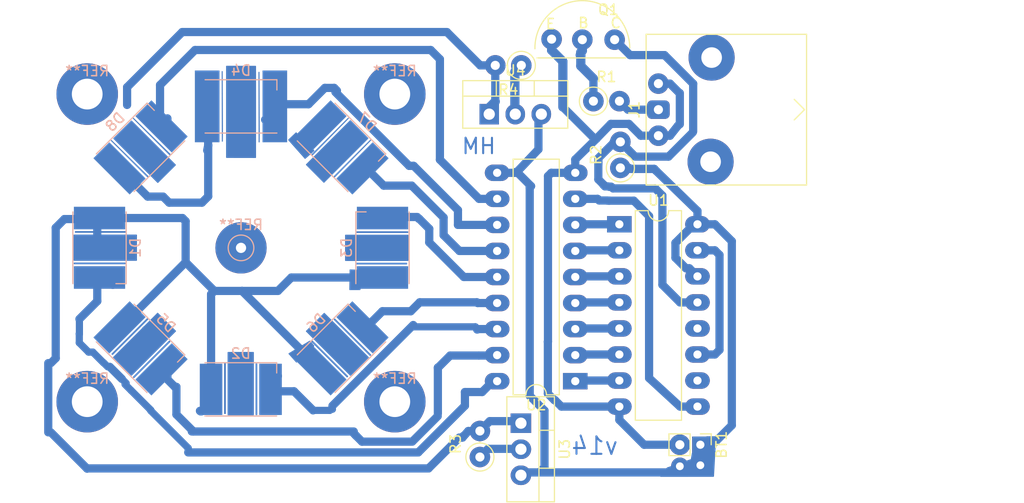
<source format=kicad_pcb>
(kicad_pcb (version 20171130) (host pcbnew "(5.1.5)-3")

  (general
    (thickness 1.6)
    (drawings 6)
    (tracks 282)
    (zones 0)
    (modules 24)
    (nets 29)
  )

  (page A4)
  (title_block
    (title "LED multiplexer")
    (rev v01)
    (comment 4 "Author: Hampus Månefjord")
  )

  (layers
    (0 F.Cu signal)
    (31 B.Cu signal)
    (32 B.Adhes user)
    (33 F.Adhes user)
    (34 B.Paste user)
    (35 F.Paste user)
    (36 B.SilkS user)
    (37 F.SilkS user)
    (38 B.Mask user)
    (39 F.Mask user)
    (40 Dwgs.User user)
    (41 Cmts.User user)
    (42 Eco1.User user)
    (43 Eco2.User user)
    (44 Edge.Cuts user)
    (45 Margin user)
    (46 B.CrtYd user)
    (47 F.CrtYd user)
    (48 B.Fab user)
    (49 F.Fab user)
  )

  (setup
    (last_trace_width 0.8)
    (user_trace_width 0.8)
    (trace_clearance 0.7)
    (zone_clearance 0.508)
    (zone_45_only no)
    (trace_min 0.4)
    (via_size 1.2)
    (via_drill 0.8)
    (via_min_size 1.2)
    (via_min_drill 0.8)
    (uvia_size 0.3)
    (uvia_drill 0.1)
    (uvias_allowed no)
    (uvia_min_size 0.2)
    (uvia_min_drill 0.1)
    (edge_width 0.05)
    (segment_width 0.2)
    (pcb_text_width 0.3)
    (pcb_text_size 1.5 1.5)
    (mod_edge_width 0.12)
    (mod_text_size 1 1)
    (mod_text_width 0.15)
    (pad_size 6 6)
    (pad_drill 3)
    (pad_to_mask_clearance 0.051)
    (solder_mask_min_width 0.25)
    (aux_axis_origin 0 0)
    (grid_origin 30.4 35.9)
    (visible_elements 7EFFB6E7)
    (pcbplotparams
      (layerselection 0x02000_7ffffffe)
      (usegerberextensions false)
      (usegerberattributes false)
      (usegerberadvancedattributes false)
      (creategerberjobfile false)
      (excludeedgelayer true)
      (linewidth 0.200000)
      (plotframeref false)
      (viasonmask false)
      (mode 1)
      (useauxorigin false)
      (hpglpennumber 1)
      (hpglpenspeed 20)
      (hpglpendiameter 15.000000)
      (psnegative false)
      (psa4output false)
      (plotreference true)
      (plotvalue true)
      (plotinvisibletext false)
      (padsonsilk false)
      (subtractmaskfromsilk false)
      (outputformat 1)
      (mirror false)
      (drillshape 0)
      (scaleselection 1)
      (outputdirectory "v12/"))
  )

  (net 0 "")
  (net 1 "Net-(D1-Pad1)")
  (net 2 "Net-(D1-Pad2)")
  (net 3 "Net-(D2-Pad1)")
  (net 4 "Net-(D3-Pad1)")
  (net 5 "Net-(D4-Pad2)")
  (net 6 "Net-(D4-Pad1)")
  (net 7 "Net-(D5-Pad1)")
  (net 8 "Net-(D6-Pad1)")
  (net 9 "Net-(D7-Pad1)")
  (net 10 "Net-(D8-Pad1)")
  (net 11 "Net-(J1-Pad1)")
  (net 12 GND)
  (net 13 "Net-(Q1-Pad2)")
  (net 14 VCC)
  (net 15 "Net-(R3-Pad1)")
  (net 16 "Net-(R4-Pad1)")
  (net 17 "Net-(U1-Pad1)")
  (net 18 "Net-(U1-Pad9)")
  (net 19 "Net-(U1-Pad2)")
  (net 20 "Net-(U1-Pad10)")
  (net 21 "Net-(U1-Pad3)")
  (net 22 "Net-(U1-Pad11)")
  (net 23 "Net-(U1-Pad4)")
  (net 24 "Net-(U1-Pad12)")
  (net 25 "Net-(U1-Pad5)")
  (net 26 "Net-(U1-Pad6)")
  (net 27 "Net-(U1-Pad7)")
  (net 28 "Net-(Q1-Pad3)")

  (net_class Default "This is the default net class."
    (clearance 0.7)
    (trace_width 0.7)
    (via_dia 1.2)
    (via_drill 0.8)
    (uvia_dia 0.3)
    (uvia_drill 0.1)
    (diff_pair_width 0.4)
    (diff_pair_gap 0.25)
    (add_net GND)
    (add_net "Net-(D1-Pad1)")
    (add_net "Net-(D1-Pad2)")
    (add_net "Net-(D2-Pad1)")
    (add_net "Net-(D3-Pad1)")
    (add_net "Net-(D4-Pad1)")
    (add_net "Net-(D4-Pad2)")
    (add_net "Net-(D5-Pad1)")
    (add_net "Net-(D6-Pad1)")
    (add_net "Net-(D7-Pad1)")
    (add_net "Net-(D8-Pad1)")
    (add_net "Net-(J1-Pad1)")
    (add_net "Net-(Q1-Pad2)")
    (add_net "Net-(Q1-Pad3)")
    (add_net "Net-(R3-Pad1)")
    (add_net "Net-(R4-Pad1)")
    (add_net "Net-(U1-Pad1)")
    (add_net "Net-(U1-Pad10)")
    (add_net "Net-(U1-Pad11)")
    (add_net "Net-(U1-Pad12)")
    (add_net "Net-(U1-Pad2)")
    (add_net "Net-(U1-Pad3)")
    (add_net "Net-(U1-Pad4)")
    (add_net "Net-(U1-Pad5)")
    (add_net "Net-(U1-Pad6)")
    (add_net "Net-(U1-Pad7)")
    (add_net "Net-(U1-Pad9)")
    (add_net VCC)
  )

  (module LED_multiplexer:LED_SMB1N_5x5mm_sep_HS_right (layer B.Cu) (tedit 600ECAD8) (tstamp 5F8FE897)
    (at 30.38 49.7 180)
    (descr "5.0mm x 5.0mm PLCC4 LED")
    (tags "LED Cree PLCC-4")
    (path /5DFAD863)
    (attr smd)
    (fp_text reference D2 (at 0 3.5) (layer B.SilkS)
      (effects (font (size 1 1) (thickness 0.15)) (justify mirror))
    )
    (fp_text value LED (at 0 -4) (layer B.Fab)
      (effects (font (size 1 1) (thickness 0.15)) (justify mirror))
    )
    (fp_poly (pts (xy 1.23952 -2.47904) (xy -1.22428 -2.47904) (xy -1.22428 3.60172) (xy 1.23952 3.60172)) (layer B.Cu) (width 0.1))
    (fp_poly (pts (xy 1.57988 -2.35712) (xy 1.50876 -2.35712) (xy 1.50876 2.5908) (xy 1.57988 2.5908)) (layer B.Cu) (width 0.1))
    (fp_poly (pts (xy -1.48844 -2.4638) (xy -1.55956 -2.4638) (xy -1.55956 2.48412) (xy -1.48844 2.48412)) (layer B.Cu) (width 0.1))
    (fp_text user %R (at 0 0) (layer B.Fab)
      (effects (font (size 1 1) (thickness 0.1)) (justify mirror))
    )
    (fp_circle (center 0 0) (end 0 2) (layer B.Fab) (width 0.1))
    (fp_line (start -3.5 1.6) (end -3.5 2.6) (layer B.SilkS) (width 0.12))
    (fp_line (start -3.5 -2.6) (end 3.5 -2.6) (layer B.SilkS) (width 0.12))
    (fp_line (start -3.5 2.6) (end 3.5 2.6) (layer B.SilkS) (width 0.12))
    (fp_line (start 2.5 2.5) (end -2.5 2.5) (layer B.Fab) (width 0.1))
    (fp_line (start 2.5 -2.5) (end 2.5 2.5) (layer B.Fab) (width 0.1))
    (fp_line (start -2.5 -2.5) (end 2.5 -2.5) (layer B.Fab) (width 0.1))
    (fp_line (start -2.5 2.5) (end -2.5 -2.5) (layer B.Fab) (width 0.1))
    (fp_line (start -1.5 2.5) (end -2.5 1.5) (layer B.Fab) (width 0.1))
    (fp_line (start -3.75 2.85) (end -3.75 -2.85) (layer B.CrtYd) (width 0.05))
    (fp_line (start -3.75 -2.85) (end 3.75 -2.85) (layer B.CrtYd) (width 0.05))
    (fp_line (start 3.75 -2.85) (end 3.75 2.85) (layer B.CrtYd) (width 0.05))
    (fp_line (start 3.75 2.85) (end -3.75 2.85) (layer B.CrtYd) (width 0.05))
    (pad 1 smd rect (at -2.9 0 180) (size 2.2 5) (layers B.Cu B.Paste B.Mask)
      (net 3 "Net-(D2-Pad1)"))
    (pad 2 smd rect (at 2.9 0 180) (size 2.2 5) (layers B.Cu B.Paste B.Mask)
      (net 2 "Net-(D1-Pad2)"))
    (model ${KISYS3DMOD}/LED_SMD.3dshapes/LED_Cree-PLCC4_5x5mm_CW.wrl
      (at (xyz 0 0 0))
      (scale (xyz 1 1 1))
      (rotate (xyz 0 0 0))
    )
  )

  (module LED_multiplexer:LED_SMB1N_5x5mm_sep_HS_right (layer B.Cu) (tedit 600ECAD8) (tstamp 5F8FE8AC)
    (at 44.2 35.89 270)
    (descr "5.0mm x 5.0mm PLCC4 LED")
    (tags "LED Cree PLCC-4")
    (path /5DFB504F)
    (attr smd)
    (fp_text reference D3 (at 0 3.5 270) (layer B.SilkS)
      (effects (font (size 1 1) (thickness 0.15)) (justify mirror))
    )
    (fp_text value LED (at 0 -4 270) (layer B.Fab)
      (effects (font (size 1 1) (thickness 0.15)) (justify mirror))
    )
    (fp_poly (pts (xy 1.23952 -2.47904) (xy -1.22428 -2.47904) (xy -1.22428 3.60172) (xy 1.23952 3.60172)) (layer B.Cu) (width 0.1))
    (fp_poly (pts (xy 1.57988 -2.35712) (xy 1.50876 -2.35712) (xy 1.50876 2.5908) (xy 1.57988 2.5908)) (layer B.Cu) (width 0.1))
    (fp_poly (pts (xy -1.48844 -2.4638) (xy -1.55956 -2.4638) (xy -1.55956 2.48412) (xy -1.48844 2.48412)) (layer B.Cu) (width 0.1))
    (fp_text user %R (at 0 0 270) (layer B.Fab)
      (effects (font (size 1 1) (thickness 0.1)) (justify mirror))
    )
    (fp_circle (center 0 0) (end 0 2) (layer B.Fab) (width 0.1))
    (fp_line (start -3.5 1.6) (end -3.5 2.6) (layer B.SilkS) (width 0.12))
    (fp_line (start -3.5 -2.6) (end 3.5 -2.6) (layer B.SilkS) (width 0.12))
    (fp_line (start -3.5 2.6) (end 3.5 2.6) (layer B.SilkS) (width 0.12))
    (fp_line (start 2.5 2.5) (end -2.5 2.5) (layer B.Fab) (width 0.1))
    (fp_line (start 2.5 -2.5) (end 2.5 2.5) (layer B.Fab) (width 0.1))
    (fp_line (start -2.5 -2.5) (end 2.5 -2.5) (layer B.Fab) (width 0.1))
    (fp_line (start -2.5 2.5) (end -2.5 -2.5) (layer B.Fab) (width 0.1))
    (fp_line (start -1.5 2.5) (end -2.5 1.5) (layer B.Fab) (width 0.1))
    (fp_line (start -3.75 2.85) (end -3.75 -2.85) (layer B.CrtYd) (width 0.05))
    (fp_line (start -3.75 -2.85) (end 3.75 -2.85) (layer B.CrtYd) (width 0.05))
    (fp_line (start 3.75 -2.85) (end 3.75 2.85) (layer B.CrtYd) (width 0.05))
    (fp_line (start 3.75 2.85) (end -3.75 2.85) (layer B.CrtYd) (width 0.05))
    (pad 1 smd rect (at -2.9 0 270) (size 2.2 5) (layers B.Cu B.Paste B.Mask)
      (net 4 "Net-(D3-Pad1)"))
    (pad 2 smd rect (at 2.9 0 270) (size 2.2 5) (layers B.Cu B.Paste B.Mask)
      (net 2 "Net-(D1-Pad2)"))
    (model ${KISYS3DMOD}/LED_SMD.3dshapes/LED_Cree-PLCC4_5x5mm_CW.wrl
      (at (xyz 0 0 0))
      (scale (xyz 1 1 1))
      (rotate (xyz 0 0 0))
    )
  )

  (module LED_multiplexer:LED_SMB1N_5x5mm_sep_HS_right (layer B.Cu) (tedit 600ECAD8) (tstamp 5F8FE882)
    (at 16.6 35.89 90)
    (descr "5.0mm x 5.0mm PLCC4 LED")
    (tags "LED Cree PLCC-4")
    (path /5DFAC08F)
    (attr smd)
    (fp_text reference D1 (at 0 3.5 90) (layer B.SilkS)
      (effects (font (size 1 1) (thickness 0.15)) (justify mirror))
    )
    (fp_text value LED (at 0 -4 90) (layer B.Fab)
      (effects (font (size 1 1) (thickness 0.15)) (justify mirror))
    )
    (fp_poly (pts (xy 1.23952 -2.47904) (xy -1.22428 -2.47904) (xy -1.22428 3.60172) (xy 1.23952 3.60172)) (layer B.Cu) (width 0.1))
    (fp_poly (pts (xy 1.57988 -2.35712) (xy 1.50876 -2.35712) (xy 1.50876 2.5908) (xy 1.57988 2.5908)) (layer B.Cu) (width 0.1))
    (fp_poly (pts (xy -1.48844 -2.4638) (xy -1.55956 -2.4638) (xy -1.55956 2.48412) (xy -1.48844 2.48412)) (layer B.Cu) (width 0.1))
    (fp_text user %R (at 0 0 90) (layer B.Fab)
      (effects (font (size 1 1) (thickness 0.1)) (justify mirror))
    )
    (fp_circle (center 0 0) (end 0 2) (layer B.Fab) (width 0.1))
    (fp_line (start -3.5 1.6) (end -3.5 2.6) (layer B.SilkS) (width 0.12))
    (fp_line (start -3.5 -2.6) (end 3.5 -2.6) (layer B.SilkS) (width 0.12))
    (fp_line (start -3.5 2.6) (end 3.5 2.6) (layer B.SilkS) (width 0.12))
    (fp_line (start 2.5 2.5) (end -2.5 2.5) (layer B.Fab) (width 0.1))
    (fp_line (start 2.5 -2.5) (end 2.5 2.5) (layer B.Fab) (width 0.1))
    (fp_line (start -2.5 -2.5) (end 2.5 -2.5) (layer B.Fab) (width 0.1))
    (fp_line (start -2.5 2.5) (end -2.5 -2.5) (layer B.Fab) (width 0.1))
    (fp_line (start -1.5 2.5) (end -2.5 1.5) (layer B.Fab) (width 0.1))
    (fp_line (start -3.75 2.85) (end -3.75 -2.85) (layer B.CrtYd) (width 0.05))
    (fp_line (start -3.75 -2.85) (end 3.75 -2.85) (layer B.CrtYd) (width 0.05))
    (fp_line (start 3.75 -2.85) (end 3.75 2.85) (layer B.CrtYd) (width 0.05))
    (fp_line (start 3.75 2.85) (end -3.75 2.85) (layer B.CrtYd) (width 0.05))
    (pad 1 smd rect (at -2.9 0 90) (size 2.2 5) (layers B.Cu B.Paste B.Mask)
      (net 1 "Net-(D1-Pad1)"))
    (pad 2 smd rect (at 2.9 0 90) (size 2.2 5) (layers B.Cu B.Paste B.Mask)
      (net 2 "Net-(D1-Pad2)"))
    (model ${KISYS3DMOD}/LED_SMD.3dshapes/LED_Cree-PLCC4_5x5mm_CW.wrl
      (at (xyz 0 0 0))
      (scale (xyz 1 1 1))
      (rotate (xyz 0 0 0))
    )
  )

  (module LED_multiplexer:LED_SMB1N_5x5mm_sep_HS_right (layer B.Cu) (tedit 600ECAD8) (tstamp 5F8FE8D6)
    (at 20.6 45.7 135)
    (descr "5.0mm x 5.0mm PLCC4 LED")
    (tags "LED Cree PLCC-4")
    (path /5DFACD24)
    (attr smd)
    (fp_text reference D5 (at 0 3.5 135) (layer B.SilkS)
      (effects (font (size 1 1) (thickness 0.15)) (justify mirror))
    )
    (fp_text value LED (at 0 -4 135) (layer B.Fab)
      (effects (font (size 1 1) (thickness 0.15)) (justify mirror))
    )
    (fp_poly (pts (xy 1.23952 -2.47904) (xy -1.22428 -2.47904) (xy -1.22428 3.60172) (xy 1.23952 3.60172)) (layer B.Cu) (width 0.1))
    (fp_poly (pts (xy 1.57988 -2.35712) (xy 1.50876 -2.35712) (xy 1.50876 2.5908) (xy 1.57988 2.5908)) (layer B.Cu) (width 0.1))
    (fp_poly (pts (xy -1.48844 -2.4638) (xy -1.55956 -2.4638) (xy -1.55956 2.48412) (xy -1.48844 2.48412)) (layer B.Cu) (width 0.1))
    (fp_text user %R (at 0 0 135) (layer B.Fab)
      (effects (font (size 1 1) (thickness 0.1)) (justify mirror))
    )
    (fp_circle (center 0 0) (end 0 2) (layer B.Fab) (width 0.1))
    (fp_line (start -3.5 1.6) (end -3.5 2.6) (layer B.SilkS) (width 0.12))
    (fp_line (start -3.5 -2.6) (end 3.5 -2.6) (layer B.SilkS) (width 0.12))
    (fp_line (start -3.5 2.6) (end 3.5 2.6) (layer B.SilkS) (width 0.12))
    (fp_line (start 2.5 2.5) (end -2.5 2.5) (layer B.Fab) (width 0.1))
    (fp_line (start 2.5 -2.5) (end 2.5 2.5) (layer B.Fab) (width 0.1))
    (fp_line (start -2.5 -2.5) (end 2.5 -2.5) (layer B.Fab) (width 0.1))
    (fp_line (start -2.5 2.5) (end -2.5 -2.5) (layer B.Fab) (width 0.1))
    (fp_line (start -1.5 2.5) (end -2.5 1.5) (layer B.Fab) (width 0.1))
    (fp_line (start -3.75 2.85) (end -3.75 -2.85) (layer B.CrtYd) (width 0.05))
    (fp_line (start -3.75 -2.85) (end 3.75 -2.85) (layer B.CrtYd) (width 0.05))
    (fp_line (start 3.75 -2.85) (end 3.75 2.85) (layer B.CrtYd) (width 0.05))
    (fp_line (start 3.75 2.85) (end -3.75 2.85) (layer B.CrtYd) (width 0.05))
    (pad 1 smd rect (at -2.9 0 135) (size 2.2 5) (layers B.Cu B.Paste B.Mask)
      (net 7 "Net-(D5-Pad1)"))
    (pad 2 smd rect (at 2.9 0 135) (size 2.2 5) (layers B.Cu B.Paste B.Mask)
      (net 2 "Net-(D1-Pad2)"))
    (model ${KISYS3DMOD}/LED_SMD.3dshapes/LED_Cree-PLCC4_5x5mm_CW.wrl
      (at (xyz 0 0 0))
      (scale (xyz 1 1 1))
      (rotate (xyz 0 0 0))
    )
  )

  (module LED_multiplexer:LED_SMB1N_5x5mm_sep_HS_right (layer B.Cu) (tedit 600ECAD8) (tstamp 5F8FE8EB)
    (at 40.2 45.7 225)
    (descr "5.0mm x 5.0mm PLCC4 LED")
    (tags "LED Cree PLCC-4")
    (path /5DFAD86D)
    (attr smd)
    (fp_text reference D6 (at 0 3.5 45) (layer B.SilkS)
      (effects (font (size 1 1) (thickness 0.15)) (justify mirror))
    )
    (fp_text value LED (at 0 -4 45) (layer B.Fab)
      (effects (font (size 1 1) (thickness 0.15)) (justify mirror))
    )
    (fp_poly (pts (xy 1.23952 -2.47904) (xy -1.22428 -2.47904) (xy -1.22428 3.60172) (xy 1.23952 3.60172)) (layer B.Cu) (width 0.1))
    (fp_poly (pts (xy 1.57988 -2.35712) (xy 1.50876 -2.35712) (xy 1.50876 2.5908) (xy 1.57988 2.5908)) (layer B.Cu) (width 0.1))
    (fp_poly (pts (xy -1.48844 -2.4638) (xy -1.55956 -2.4638) (xy -1.55956 2.48412) (xy -1.48844 2.48412)) (layer B.Cu) (width 0.1))
    (fp_text user %R (at 0 0 45) (layer B.Fab)
      (effects (font (size 1 1) (thickness 0.1)) (justify mirror))
    )
    (fp_circle (center 0 0) (end 0 2) (layer B.Fab) (width 0.1))
    (fp_line (start -3.5 1.6) (end -3.5 2.6) (layer B.SilkS) (width 0.12))
    (fp_line (start -3.5 -2.6) (end 3.5 -2.6) (layer B.SilkS) (width 0.12))
    (fp_line (start -3.5 2.6) (end 3.5 2.6) (layer B.SilkS) (width 0.12))
    (fp_line (start 2.5 2.5) (end -2.5 2.5) (layer B.Fab) (width 0.1))
    (fp_line (start 2.5 -2.5) (end 2.5 2.5) (layer B.Fab) (width 0.1))
    (fp_line (start -2.5 -2.5) (end 2.5 -2.5) (layer B.Fab) (width 0.1))
    (fp_line (start -2.5 2.5) (end -2.5 -2.5) (layer B.Fab) (width 0.1))
    (fp_line (start -1.5 2.5) (end -2.5 1.5) (layer B.Fab) (width 0.1))
    (fp_line (start -3.75 2.85) (end -3.75 -2.85) (layer B.CrtYd) (width 0.05))
    (fp_line (start -3.75 -2.85) (end 3.75 -2.85) (layer B.CrtYd) (width 0.05))
    (fp_line (start 3.75 -2.85) (end 3.75 2.85) (layer B.CrtYd) (width 0.05))
    (fp_line (start 3.75 2.85) (end -3.75 2.85) (layer B.CrtYd) (width 0.05))
    (pad 1 smd rect (at -2.9 0 225) (size 2.2 5) (layers B.Cu B.Paste B.Mask)
      (net 8 "Net-(D6-Pad1)"))
    (pad 2 smd rect (at 2.9 0 225) (size 2.2 5) (layers B.Cu B.Paste B.Mask)
      (net 2 "Net-(D1-Pad2)"))
    (model ${KISYS3DMOD}/LED_SMD.3dshapes/LED_Cree-PLCC4_5x5mm_CW.wrl
      (at (xyz 0 0 0))
      (scale (xyz 1 1 1))
      (rotate (xyz 0 0 0))
    )
  )

  (module LED_multiplexer:LED_SMB1N_5x5mm_sep_HS_left (layer B.Cu) (tedit 600EC8F7) (tstamp 5F8FE900)
    (at 40.2 26.1 135)
    (descr "5.0mm x 5.0mm PLCC4 LED")
    (tags "LED Cree PLCC-4")
    (path /5DFB5059)
    (attr smd)
    (fp_text reference D7 (at 0 3.5 135) (layer B.SilkS)
      (effects (font (size 1 1) (thickness 0.15)) (justify mirror))
    )
    (fp_text value LED (at 0 -4 135) (layer B.Fab)
      (effects (font (size 1 1) (thickness 0.15)) (justify mirror))
    )
    (fp_poly (pts (xy 1.53924 -2.5908) (xy 1.48844 -2.5908) (xy 1.53924 2.4892)) (layer B.Cu) (width 0.1))
    (fp_poly (pts (xy 1.22936 -3.60934) (xy -1.1938 -3.61696) (xy -1.1938 2.44348) (xy 1.22936 2.4511)) (layer B.Cu) (width 0.1))
    (fp_poly (pts (xy -1.50876 -2.52984) (xy -1.55956 -2.52984) (xy -1.50876 2.55016)) (layer B.Cu) (width 0.1))
    (fp_text user %R (at 0 0 135) (layer B.Fab)
      (effects (font (size 1 1) (thickness 0.1)) (justify mirror))
    )
    (fp_circle (center 0 0) (end 0 2) (layer B.Fab) (width 0.1))
    (fp_line (start -3.5 1.6) (end -3.5 2.6) (layer B.SilkS) (width 0.12))
    (fp_line (start -3.5 -2.6) (end 3.5 -2.6) (layer B.SilkS) (width 0.12))
    (fp_line (start -3.5 2.6) (end 3.5 2.6) (layer B.SilkS) (width 0.12))
    (fp_line (start 2.5 2.5) (end -2.5 2.5) (layer B.Fab) (width 0.1))
    (fp_line (start 2.5 -2.5) (end 2.5 2.5) (layer B.Fab) (width 0.1))
    (fp_line (start -2.5 -2.5) (end 2.5 -2.5) (layer B.Fab) (width 0.1))
    (fp_line (start -2.5 2.5) (end -2.5 -2.5) (layer B.Fab) (width 0.1))
    (fp_line (start -1.5 2.5) (end -2.5 1.5) (layer B.Fab) (width 0.1))
    (fp_line (start -3.75 2.85) (end -3.75 -2.85) (layer B.CrtYd) (width 0.05))
    (fp_line (start -3.75 -2.85) (end 3.75 -2.85) (layer B.CrtYd) (width 0.05))
    (fp_line (start 3.75 -2.85) (end 3.75 2.85) (layer B.CrtYd) (width 0.05))
    (fp_line (start 3.75 2.85) (end -3.75 2.85) (layer B.CrtYd) (width 0.05))
    (pad 1 smd rect (at -2.9 0 135) (size 2.2 5) (layers B.Cu B.Paste B.Mask)
      (net 9 "Net-(D7-Pad1)"))
    (pad 2 smd rect (at 2.9 0 135) (size 2.2 5) (layers B.Cu B.Paste B.Mask)
      (net 5 "Net-(D4-Pad2)"))
    (model ${KISYS3DMOD}/LED_SMD.3dshapes/LED_Cree-PLCC4_5x5mm_CW.wrl
      (at (xyz 0 0 0))
      (scale (xyz 1 1 1))
      (rotate (xyz 0 0 0))
    )
  )

  (module LED_multiplexer:LED_SMB1N_5x5mm_sep_HS_left (layer B.Cu) (tedit 600EC8F7) (tstamp 5F8FE915)
    (at 20.6 26.1 225)
    (descr "5.0mm x 5.0mm PLCC4 LED")
    (tags "LED Cree PLCC-4")
    (path /5DFB506D)
    (attr smd)
    (fp_text reference D8 (at 0 3.5 45) (layer B.SilkS)
      (effects (font (size 1 1) (thickness 0.15)) (justify mirror))
    )
    (fp_text value LED (at 0 -4 45) (layer B.Fab)
      (effects (font (size 1 1) (thickness 0.15)) (justify mirror))
    )
    (fp_poly (pts (xy 1.53924 -2.5908) (xy 1.48844 -2.5908) (xy 1.53924 2.4892)) (layer B.Cu) (width 0.1))
    (fp_poly (pts (xy 1.22936 -3.60934) (xy -1.1938 -3.61696) (xy -1.1938 2.44348) (xy 1.22936 2.4511)) (layer B.Cu) (width 0.1))
    (fp_poly (pts (xy -1.50876 -2.52984) (xy -1.55956 -2.52984) (xy -1.50876 2.55016)) (layer B.Cu) (width 0.1))
    (fp_text user %R (at 0 0 45) (layer B.Fab)
      (effects (font (size 1 1) (thickness 0.1)) (justify mirror))
    )
    (fp_circle (center 0 0) (end 0 2) (layer B.Fab) (width 0.1))
    (fp_line (start -3.5 1.6) (end -3.5 2.6) (layer B.SilkS) (width 0.12))
    (fp_line (start -3.5 -2.6) (end 3.5 -2.6) (layer B.SilkS) (width 0.12))
    (fp_line (start -3.5 2.6) (end 3.5 2.6) (layer B.SilkS) (width 0.12))
    (fp_line (start 2.5 2.5) (end -2.5 2.5) (layer B.Fab) (width 0.1))
    (fp_line (start 2.5 -2.5) (end 2.5 2.5) (layer B.Fab) (width 0.1))
    (fp_line (start -2.5 -2.5) (end 2.5 -2.5) (layer B.Fab) (width 0.1))
    (fp_line (start -2.5 2.5) (end -2.5 -2.5) (layer B.Fab) (width 0.1))
    (fp_line (start -1.5 2.5) (end -2.5 1.5) (layer B.Fab) (width 0.1))
    (fp_line (start -3.75 2.85) (end -3.75 -2.85) (layer B.CrtYd) (width 0.05))
    (fp_line (start -3.75 -2.85) (end 3.75 -2.85) (layer B.CrtYd) (width 0.05))
    (fp_line (start 3.75 -2.85) (end 3.75 2.85) (layer B.CrtYd) (width 0.05))
    (fp_line (start 3.75 2.85) (end -3.75 2.85) (layer B.CrtYd) (width 0.05))
    (pad 1 smd rect (at -2.9 0 225) (size 2.2 5) (layers B.Cu B.Paste B.Mask)
      (net 10 "Net-(D8-Pad1)"))
    (pad 2 smd rect (at 2.9 0 225) (size 2.2 5) (layers B.Cu B.Paste B.Mask)
      (net 5 "Net-(D4-Pad2)"))
    (model ${KISYS3DMOD}/LED_SMD.3dshapes/LED_Cree-PLCC4_5x5mm_CW.wrl
      (at (xyz 0 0 0))
      (scale (xyz 1 1 1))
      (rotate (xyz 0 0 0))
    )
  )

  (module LED_multiplexer:LED_SMB1N_8x8mm_HS_left (layer B.Cu) (tedit 600EC6AA) (tstamp 5F8FE8C1)
    (at 30.4 22.1 180)
    (descr "5.0mm x 5.0mm PLCC4 LED")
    (tags "LED Cree PLCC-4")
    (path /5DFB5063)
    (attr smd)
    (fp_text reference D4 (at 0 3.5) (layer B.SilkS)
      (effects (font (size 1 1) (thickness 0.15)) (justify mirror))
    )
    (fp_text value LED (at 0 -4) (layer B.Fab)
      (effects (font (size 1 1) (thickness 0.15)) (justify mirror))
    )
    (fp_poly (pts (xy 1.81864 -3.39852) (xy 1.80848 -2.50444) (xy 1.83388 3.39852)) (layer B.Cu) (width 0.1))
    (fp_poly (pts (xy 1.40716 -4.9784) (xy -1.41732 -4.98348) (xy -1.41732 3.90652) (xy 1.40716 3.9116)) (layer B.Cu) (width 0.1))
    (fp_poly (pts (xy -1.76784 -3.46964) (xy -1.778 -2.57556) (xy -1.7526 3.3274)) (layer B.Cu) (width 0.1))
    (fp_text user %R (at 0 0) (layer B.Fab)
      (effects (font (size 1 1) (thickness 0.1)) (justify mirror))
    )
    (fp_circle (center 0 0) (end 0 2) (layer B.Fab) (width 0.1))
    (fp_line (start -3.5 1.6) (end -3.5 2.6) (layer B.SilkS) (width 0.12))
    (fp_line (start -3.5 -2.6) (end 3.5 -2.6) (layer B.SilkS) (width 0.12))
    (fp_line (start -3.5 2.6) (end 3.5 2.6) (layer B.SilkS) (width 0.12))
    (fp_line (start 2.5 2.5) (end -2.5 2.5) (layer B.Fab) (width 0.1))
    (fp_line (start 2.5 -2.5) (end 2.5 2.5) (layer B.Fab) (width 0.1))
    (fp_line (start -2.5 -2.5) (end 2.5 -2.5) (layer B.Fab) (width 0.1))
    (fp_line (start -2.5 2.5) (end -2.5 -2.5) (layer B.Fab) (width 0.1))
    (fp_line (start -1.5 2.5) (end -2.5 1.5) (layer B.Fab) (width 0.1))
    (fp_line (start -3.75 2.85) (end -3.75 -2.85) (layer B.CrtYd) (width 0.05))
    (fp_line (start -3.75 -2.85) (end 3.75 -2.85) (layer B.CrtYd) (width 0.05))
    (fp_line (start 3.75 -2.85) (end 3.75 2.85) (layer B.CrtYd) (width 0.05))
    (fp_line (start 3.75 2.85) (end -3.75 2.85) (layer B.CrtYd) (width 0.05))
    (pad 1 smd rect (at -3.3 0 180) (size 2.4 7) (layers B.Cu B.Paste B.Mask)
      (net 6 "Net-(D4-Pad1)"))
    (pad 2 smd rect (at 3.3 0 180) (size 2.4 7) (layers B.Cu B.Paste B.Mask)
      (net 5 "Net-(D4-Pad2)"))
    (model ${KISYS3DMOD}/LED_SMD.3dshapes/LED_Cree-PLCC4_5x5mm_CW.wrl
      (at (xyz 0 0 0))
      (scale (xyz 1 1 1))
      (rotate (xyz 0 0 0))
    )
  )

  (module LED_multiplexer:PinHeader_1x02_P2.00mm_Vertical_hampus (layer F.Cu) (tedit 5E3153BA) (tstamp 5F8F3F7C)
    (at 75.2 55.1 270)
    (descr "Through hole straight pin header, 1x02, 2.00mm pitch, single row")
    (tags "Through hole pin header THT 1x02 2.00mm single row")
    (path /5DFF155D)
    (fp_text reference BT1 (at 0 -2.06 90) (layer F.SilkS)
      (effects (font (size 1 1) (thickness 0.15)))
    )
    (fp_text value 9V (at 0 4.06 90) (layer F.Fab)
      (effects (font (size 1 1) (thickness 0.15)))
    )
    (fp_line (start 1.5 -1.5) (end -1.5 -1.5) (layer F.CrtYd) (width 0.05))
    (fp_line (start 1.5 3.5) (end 1.5 -1.5) (layer F.CrtYd) (width 0.05))
    (fp_line (start -1.5 3.5) (end 1.5 3.5) (layer F.CrtYd) (width 0.05))
    (fp_line (start -1.5 -1.5) (end -1.5 3.5) (layer F.CrtYd) (width 0.05))
    (fp_line (start -1.06 -1.06) (end 0 -1.06) (layer F.SilkS) (width 0.12))
    (fp_line (start -1.06 0) (end -1.06 -1.06) (layer F.SilkS) (width 0.12))
    (fp_line (start -1.06 1) (end 1.06 1) (layer F.SilkS) (width 0.12))
    (fp_line (start 1.06 1) (end 1.06 3.06) (layer F.SilkS) (width 0.12))
    (fp_line (start -1.06 1) (end -1.06 3.06) (layer F.SilkS) (width 0.12))
    (fp_line (start -1.06 3.06) (end 1.06 3.06) (layer F.SilkS) (width 0.12))
    (fp_line (start -1 -0.5) (end -0.5 -1) (layer F.Fab) (width 0.1))
    (fp_line (start -1 3) (end -1 -0.5) (layer F.Fab) (width 0.1))
    (fp_line (start 1 3) (end -1 3) (layer F.Fab) (width 0.1))
    (fp_line (start 1 -1) (end 1 3) (layer F.Fab) (width 0.1))
    (fp_line (start -0.5 -1) (end 1 -1) (layer F.Fab) (width 0.1))
    (fp_text user %R (at 0 1) (layer F.Fab)
      (effects (font (size 1 1) (thickness 0.15)))
    )
    (pad 1 thru_hole circle (at 2.1 2 270) (size 1.7 1.7) (drill 0.762) (layers *.Cu *.Mask)
      (net 14 VCC))
    (pad 1 thru_hole circle (at 2 0 270) (size 1.7 1.7) (drill 0.762) (layers *.Cu *.Mask)
      (net 14 VCC))
    (pad 2 thru_hole circle (at 0 2 270) (size 2 2) (drill 0.89) (layers *.Cu *.Mask)
      (net 12 GND))
    (pad 1 thru_hole rect (at 0 0 270) (size 1.6 1.6) (drill 0.8) (layers *.Cu *.Mask)
      (net 14 VCC))
    (model ${KISYS3DMOD}/Connector_PinHeader_2.00mm.3dshapes/PinHeader_1x02_P2.00mm_Vertical.wrl
      (at (xyz 0 0 0))
      (scale (xyz 1 1 1))
      (rotate (xyz 0 0 0))
    )
  )

  (module LED_multiplexer:pnp (layer F.Cu) (tedit 5F9019B8) (tstamp 5F8F3F91)
    (at 63.69 18.49)
    (path /5E31EB60)
    (fp_text reference Q1 (at 2.54 -5.82) (layer F.SilkS)
      (effects (font (size 1 1) (thickness 0.15)))
    )
    (fp_text value 2N2219 (at 2.54 5.82) (layer F.Fab)
      (effects (font (size 1 1) (thickness 0.15)))
    )
    (fp_text user C (at 3.2512 -4.5212) (layer F.SilkS)
      (effects (font (size 1 1) (thickness 0.15)))
    )
    (fp_text user B (at 0.1016 -4.5212) (layer F.SilkS)
      (effects (font (size 1 1) (thickness 0.15)))
    )
    (fp_text user E (at -3.0988 -4.4196) (layer F.SilkS)
      (effects (font (size 1 1) (thickness 0.15)))
    )
    (fp_line (start -4.4196 -1.1176) (end 4.2164 -1.1176) (layer F.SilkS) (width 0.12))
    (fp_arc (start 0 -2.0828) (end 4.6228 -2.0828) (angle -180.881404) (layer F.SilkS) (width 0.12))
    (fp_text user %R (at 2.54 -5.82) (layer F.Fab)
      (effects (font (size 1 1) (thickness 0.15)))
    )
    (pad 3 thru_hole circle (at 3.1496 -2.8956) (size 2 2) (drill 0.89) (layers *.Cu *.Mask)
      (net 28 "Net-(Q1-Pad3)"))
    (pad 2 thru_hole circle (at 0 -2.8956) (size 2 2) (drill 0.89) (layers *.Cu *.Mask)
      (net 13 "Net-(Q1-Pad2)"))
    (pad 1 thru_hole circle (at -2.9972 -2.9464) (size 2 2) (drill 0.89) (layers *.Cu *.Mask)
      (net 12 GND))
  )

  (module LED_multiplexer:Pin_D1.0mm_L10.0mm (layer B.Cu) (tedit 5E318BAD) (tstamp 5E31E15A)
    (at 45.4 20.9)
    (descr "solder Pin_ diameter 1.0mm, hole diameter 1.0mm (press fit), length 10.0mm")
    (tags "solder Pin_ press fit")
    (fp_text reference REF** (at 0 -2.25) (layer B.SilkS)
      (effects (font (size 1 1) (thickness 0.15)) (justify mirror))
    )
    (fp_text value Pin_D1.0mm_L10.0mm (at 0 2.05) (layer B.Fab)
      (effects (font (size 1 1) (thickness 0.15)) (justify mirror))
    )
    (fp_text user %R (at 0 -2.25) (layer B.Fab)
      (effects (font (size 1 1) (thickness 0.15)) (justify mirror))
    )
    (fp_circle (center 0 0) (end 3 0) (layer B.CrtYd) (width 0.05))
    (fp_circle (center 0 0) (end 0.5 0) (layer B.Fab) (width 0.12))
    (fp_circle (center 0 0) (end 1 0) (layer B.Fab) (width 0.12))
    (fp_circle (center 0 0) (end 1.25 -0.05) (layer B.SilkS) (width 0.12))
    (pad 1 thru_hole circle (at 0 0) (size 6 6) (drill 3) (layers *.Cu *.Mask))
    (model ${KISYS3DMOD}/Connector_Pin.3dshapes/Pin_D1.0mm_L10.0mm.wrl
      (at (xyz 0 0 0))
      (scale (xyz 1 1 1))
      (rotate (xyz 0 0 0))
    )
  )

  (module LED_multiplexer:Pin_D1.0mm_L10.0mm (layer B.Cu) (tedit 5E318BAD) (tstamp 5E31E15A)
    (at 15.4 20.9)
    (descr "solder Pin_ diameter 1.0mm, hole diameter 1.0mm (press fit), length 10.0mm")
    (tags "solder Pin_ press fit")
    (fp_text reference REF** (at 0 -2.25) (layer B.SilkS)
      (effects (font (size 1 1) (thickness 0.15)) (justify mirror))
    )
    (fp_text value Pin_D1.0mm_L10.0mm (at 0 2.05) (layer B.Fab)
      (effects (font (size 1 1) (thickness 0.15)) (justify mirror))
    )
    (fp_text user %R (at 0 -2.25) (layer B.Fab)
      (effects (font (size 1 1) (thickness 0.15)) (justify mirror))
    )
    (fp_circle (center 0 0) (end 3 0) (layer B.CrtYd) (width 0.05))
    (fp_circle (center 0 0) (end 0.5 0) (layer B.Fab) (width 0.12))
    (fp_circle (center 0 0) (end 1 0) (layer B.Fab) (width 0.12))
    (fp_circle (center 0 0) (end 1.25 -0.05) (layer B.SilkS) (width 0.12))
    (pad 1 thru_hole circle (at 0 0) (size 6 6) (drill 3) (layers *.Cu *.Mask))
    (model ${KISYS3DMOD}/Connector_Pin.3dshapes/Pin_D1.0mm_L10.0mm.wrl
      (at (xyz 0 0 0))
      (scale (xyz 1 1 1))
      (rotate (xyz 0 0 0))
    )
  )

  (module LED_multiplexer:Pin_D1.0mm_L10.0mm (layer B.Cu) (tedit 5E318BAD) (tstamp 5E31E15A)
    (at 15.4 50.9)
    (descr "solder Pin_ diameter 1.0mm, hole diameter 1.0mm (press fit), length 10.0mm")
    (tags "solder Pin_ press fit")
    (fp_text reference REF** (at 0 -2.25) (layer B.SilkS)
      (effects (font (size 1 1) (thickness 0.15)) (justify mirror))
    )
    (fp_text value Pin_D1.0mm_L10.0mm (at 0 2.05) (layer B.Fab)
      (effects (font (size 1 1) (thickness 0.15)) (justify mirror))
    )
    (fp_text user %R (at 0 -2.25) (layer B.Fab)
      (effects (font (size 1 1) (thickness 0.15)) (justify mirror))
    )
    (fp_circle (center 0 0) (end 3 0) (layer B.CrtYd) (width 0.05))
    (fp_circle (center 0 0) (end 0.5 0) (layer B.Fab) (width 0.12))
    (fp_circle (center 0 0) (end 1 0) (layer B.Fab) (width 0.12))
    (fp_circle (center 0 0) (end 1.25 -0.05) (layer B.SilkS) (width 0.12))
    (pad 1 thru_hole circle (at 0 0) (size 6 6) (drill 3) (layers *.Cu *.Mask))
    (model ${KISYS3DMOD}/Connector_Pin.3dshapes/Pin_D1.0mm_L10.0mm.wrl
      (at (xyz 0 0 0))
      (scale (xyz 1 1 1))
      (rotate (xyz 0 0 0))
    )
  )

  (module LED_multiplexer:Pin_D1.0mm_L10.0mm (layer B.Cu) (tedit 5F9AD32D) (tstamp 5E31E15A)
    (at 45.4 50.9)
    (descr "solder Pin_ diameter 1.0mm, hole diameter 1.0mm (press fit), length 10.0mm")
    (tags "solder Pin_ press fit")
    (fp_text reference REF** (at 0 -2.25) (layer B.SilkS)
      (effects (font (size 1 1) (thickness 0.15)) (justify mirror))
    )
    (fp_text value Pin_D1.0mm_L10.0mm (at 0 2.05) (layer B.Fab)
      (effects (font (size 1 1) (thickness 0.15)) (justify mirror))
    )
    (fp_text user %R (at 0 -2.25) (layer B.Fab)
      (effects (font (size 1 1) (thickness 0.15)) (justify mirror))
    )
    (fp_circle (center 0 0) (end 3 0) (layer B.CrtYd) (width 0.05))
    (fp_circle (center 0 0) (end 0.5 0) (layer B.Fab) (width 0.12))
    (fp_circle (center 0 0) (end 1 0) (layer B.Fab) (width 0.12))
    (fp_circle (center 0 0) (end 1.25 -0.05) (layer B.SilkS) (width 0.12))
    (pad 1 thru_hole circle (at 0 0) (size 6 6) (drill 3) (layers *.Cu *.Mask))
    (model ${KISYS3DMOD}/Connector_Pin.3dshapes/Pin_D1.0mm_L10.0mm.wrl
      (at (xyz 0 0 0))
      (scale (xyz 1 1 1))
      (rotate (xyz 0 0 0))
    )
  )

  (module LED_multiplexer:Pin_D1.0mm_L10.0mm (layer B.Cu) (tedit 5F9AD2F7) (tstamp 5E318C0B)
    (at 30.4 35.9)
    (descr "solder Pin_ diameter 1.0mm, hole diameter 1.0mm (press fit), length 10.0mm")
    (tags "solder Pin_ press fit")
    (fp_text reference REF** (at 0 -2.25) (layer B.SilkS)
      (effects (font (size 1 1) (thickness 0.15)) (justify mirror))
    )
    (fp_text value Pin_D1.0mm_L10.0mm (at 0 2.05) (layer B.Fab)
      (effects (font (size 1 1) (thickness 0.15)) (justify mirror))
    )
    (fp_text user %R (at 0 -2.25) (layer B.Fab)
      (effects (font (size 1 1) (thickness 0.15)) (justify mirror))
    )
    (fp_circle (center 0 0) (end 3 0) (layer B.CrtYd) (width 0.05))
    (fp_circle (center 0 0) (end 0.5 0) (layer B.Fab) (width 0.12))
    (fp_circle (center 0 0) (end 1 0) (layer B.Fab) (width 0.12))
    (fp_circle (center 0 0) (end 1.25 -0.05) (layer B.SilkS) (width 0.12))
    (pad 1 thru_hole circle (at 0 0) (size 5 5) (drill 1) (layers *.Cu *.Mask))
    (model ${KISYS3DMOD}/Connector_Pin.3dshapes/Pin_D1.0mm_L10.0mm.wrl
      (at (xyz 0 0 0))
      (scale (xyz 1 1 1))
      (rotate (xyz 0 0 0))
    )
  )

  (module LED_multiplexer:BNC_coax_Horizontal_c2 (layer F.Cu) (tedit 5F9AD2D2) (tstamp 5DFC9608)
    (at 71.11 22.42 270)
    (descr "dual independently isolated BNC plug (https://www.amphenolrf.com/downloads/dl/file/id/2980/product/644/031_6575_customer_drawing.pdf)")
    (tags "Dual BNC Amphenol Horizontal")
    (path /5DFCCCA6)
    (fp_text reference J1 (at 0 2.35 90) (layer F.SilkS)
      (effects (font (size 1 1) (thickness 0.15)))
    )
    (fp_text value Conn_Coaxial (at 0 4.35 270) (layer F.Fab)
      (effects (font (size 1 1) (thickness 0.15)))
    )
    (fp_line (start 0 -14.25) (end 1 -13.25) (layer F.SilkS) (width 0.12))
    (fp_line (start 0 -14.25) (end -1 -13.25) (layer F.SilkS) (width 0.12))
    (fp_line (start 7.7 1.55) (end 7.7 -35.65) (layer F.CrtYd) (width 0.05))
    (fp_line (start 7.7 -35.65) (end -7.7 -35.65) (layer F.CrtYd) (width 0.05))
    (fp_line (start -7.7 1.55) (end -7.7 -35.65) (layer F.CrtYd) (width 0.05))
    (fp_line (start -7.7 1.55) (end 7.7 1.55) (layer F.CrtYd) (width 0.05))
    (fp_line (start -7.35 1.2) (end -7.35 -14.45) (layer F.SilkS) (width 0.12))
    (fp_line (start 7.35 1.2) (end -7.35 1.2) (layer F.SilkS) (width 0.12))
    (fp_line (start 7.35 -14.45) (end 7.35 1.2) (layer F.SilkS) (width 0.12))
    (fp_line (start -7.35 -14.45) (end 7.35 -14.45) (layer F.SilkS) (width 0.12))
    (fp_line (start -5 -15.75) (end 5 -16.75) (layer F.Fab) (width 0.1))
    (fp_text user %R (at 0 0 90) (layer F.Fab)
      (effects (font (size 1 1) (thickness 0.15)))
    )
    (fp_line (start -7.2 -14.45) (end -7.2 1.05) (layer F.Fab) (width 0.1))
    (fp_line (start 7.2 -14.45) (end -7.2 -14.45) (layer F.Fab) (width 0.1))
    (fp_line (start 7.2 1.05) (end 7.2 -14.45) (layer F.Fab) (width 0.1))
    (fp_line (start -7.2 1.05) (end 7.2 1.05) (layer F.Fab) (width 0.1))
    (fp_line (start -6.35 -23.05) (end -6.35 -14.45) (layer F.Fab) (width 0.1))
    (fp_line (start 6.35 -23.05) (end -6.35 -23.05) (layer F.Fab) (width 0.1))
    (fp_line (start 6.35 -14.45) (end 6.35 -23.05) (layer F.Fab) (width 0.1))
    (fp_line (start -4.8 -35.15) (end -4.8 -23.05) (layer F.Fab) (width 0.1))
    (fp_line (start 4.8 -35.15) (end -4.8 -35.15) (layer F.Fab) (width 0.1))
    (fp_line (start 4.8 -23.05) (end 4.8 -35.15) (layer F.Fab) (width 0.1))
    (fp_circle (center 0 -29.92) (end 1 -29.92) (layer F.Fab) (width 0.1))
    (fp_line (start -5 -16.75) (end 5 -17.75) (layer F.Fab) (width 0.1))
    (fp_line (start -5 -17.75) (end 5 -18.75) (layer F.Fab) (width 0.1))
    (fp_line (start -5 -18.75) (end 5 -19.75) (layer F.Fab) (width 0.1))
    (fp_line (start -5 -19.75) (end 5 -20.75) (layer F.Fab) (width 0.1))
    (fp_line (start -5 -20.75) (end 5 -21.75) (layer F.Fab) (width 0.1))
    (fp_line (start -5 -21.75) (end 5 -22.75) (layer F.Fab) (width 0.1))
    (pad 2 thru_hole circle (at 2.54 0 270) (size 2 2) (drill 0.89) (layers *.Cu *.Mask)
      (net 12 GND))
    (pad 2 thru_hole circle (at -2.54 0 270) (size 2 2) (drill 0.89) (layers *.Cu *.Mask)
      (net 12 GND))
    (pad 1 thru_hole roundrect (at 0 0 270) (size 1.8 2.2) (drill 0.89) (layers *.Cu *.Mask) (roundrect_rratio 0.25)
      (net 11 "Net-(J1-Pad1)"))
    (pad "" thru_hole circle (at 5.08 -5.09 270) (size 4.5 4.5) (drill 2.01) (layers *.Cu *.Mask))
    (pad "" thru_hole circle (at -5.08 -5.19 270) (size 4.5 4.5) (drill 2.01) (layers *.Cu *.Mask))
    (model ${KISYS3DMOD}/Connector_Coaxial.3dshapes/BNC_Amphenol_031-6575_Horizontal.wrl
      (at (xyz 0 0 0))
      (scale (xyz 1 1 1))
      (rotate (xyz 0 0 0))
    )
  )

  (module Resistor_THT:R_Axial_DIN0207_L6.3mm_D2.5mm_P2.54mm_Vertical (layer F.Cu) (tedit 5AE5139B) (tstamp 5DFB9604)
    (at 67.4 28.1 90)
    (descr "Resistor, Axial_DIN0207 series, Axial, Vertical, pin pitch=2.54mm, 0.25W = 1/4W, length*diameter=6.3*2.5mm^2, http://cdn-reichelt.de/documents/datenblatt/B400/1_4W%23YAG.pdf")
    (tags "Resistor Axial_DIN0207 series Axial Vertical pin pitch 2.54mm 0.25W = 1/4W length 6.3mm diameter 2.5mm")
    (path /5DFCA9A7)
    (fp_text reference R2 (at 1.27 -2.37 90) (layer F.SilkS)
      (effects (font (size 1 1) (thickness 0.15)))
    )
    (fp_text value 4k7 (at 1.27 2.37 90) (layer F.Fab)
      (effects (font (size 1 1) (thickness 0.15)))
    )
    (fp_text user %R (at 1.27 -2.37 90) (layer F.Fab)
      (effects (font (size 1 1) (thickness 0.15)))
    )
    (fp_line (start 3.59 -1.5) (end -1.5 -1.5) (layer F.CrtYd) (width 0.05))
    (fp_line (start 3.59 1.5) (end 3.59 -1.5) (layer F.CrtYd) (width 0.05))
    (fp_line (start -1.5 1.5) (end 3.59 1.5) (layer F.CrtYd) (width 0.05))
    (fp_line (start -1.5 -1.5) (end -1.5 1.5) (layer F.CrtYd) (width 0.05))
    (fp_line (start 1.37 0) (end 1.44 0) (layer F.SilkS) (width 0.12))
    (fp_line (start 0 0) (end 2.54 0) (layer F.Fab) (width 0.1))
    (fp_circle (center 0 0) (end 1.37 0) (layer F.SilkS) (width 0.12))
    (fp_circle (center 0 0) (end 1.25 0) (layer F.Fab) (width 0.1))
    (pad 2 thru_hole circle (at 2.54 0 90) (size 2 2) (drill 0.89) (layers *.Cu *.Mask)
      (net 28 "Net-(Q1-Pad3)"))
    (pad 1 thru_hole circle (at 0 0 90) (size 2 2) (drill 0.89) (layers *.Cu *.Mask)
      (net 14 VCC))
    (model ${KISYS3DMOD}/Resistor_THT.3dshapes/R_Axial_DIN0207_L6.3mm_D2.5mm_P2.54mm_Vertical.wrl
      (at (xyz 0 0 0))
      (scale (xyz 1 1 1))
      (rotate (xyz 0 0 0))
    )
  )

  (module Resistor_THT:R_Axial_DIN0207_L6.3mm_D2.5mm_P2.54mm_Vertical (layer F.Cu) (tedit 5AE5139B) (tstamp 5DFB9046)
    (at 53.7 56.3 90)
    (descr "Resistor, Axial_DIN0207 series, Axial, Vertical, pin pitch=2.54mm, 0.25W = 1/4W, length*diameter=6.3*2.5mm^2, http://cdn-reichelt.de/documents/datenblatt/B400/1_4W%23YAG.pdf")
    (tags "Resistor Axial_DIN0207 series Axial Vertical pin pitch 2.54mm 0.25W = 1/4W length 6.3mm diameter 2.5mm")
    (path /5DFB79BD)
    (fp_text reference R3 (at 1.27 -2.37 90) (layer F.SilkS)
      (effects (font (size 1 1) (thickness 0.15)))
    )
    (fp_text value 3.6 (at 1.27 2.37 90) (layer F.Fab)
      (effects (font (size 1 1) (thickness 0.15)))
    )
    (fp_text user %R (at 1.27 -2.37 90) (layer F.Fab)
      (effects (font (size 1 1) (thickness 0.15)))
    )
    (fp_line (start 3.59 -1.5) (end -1.5 -1.5) (layer F.CrtYd) (width 0.05))
    (fp_line (start 3.59 1.5) (end 3.59 -1.5) (layer F.CrtYd) (width 0.05))
    (fp_line (start -1.5 1.5) (end 3.59 1.5) (layer F.CrtYd) (width 0.05))
    (fp_line (start -1.5 -1.5) (end -1.5 1.5) (layer F.CrtYd) (width 0.05))
    (fp_line (start 1.37 0) (end 1.44 0) (layer F.SilkS) (width 0.12))
    (fp_line (start 0 0) (end 2.54 0) (layer F.Fab) (width 0.1))
    (fp_circle (center 0 0) (end 1.37 0) (layer F.SilkS) (width 0.12))
    (fp_circle (center 0 0) (end 1.25 0) (layer F.Fab) (width 0.1))
    (pad 2 thru_hole circle (at 2.54 0 90) (size 2 2) (drill 0.89) (layers *.Cu *.Mask)
      (net 2 "Net-(D1-Pad2)"))
    (pad 1 thru_hole circle (at 0 0 90) (size 2 2) (drill 0.89) (layers *.Cu *.Mask)
      (net 15 "Net-(R3-Pad1)"))
    (model ${KISYS3DMOD}/Resistor_THT.3dshapes/R_Axial_DIN0207_L6.3mm_D2.5mm_P2.54mm_Vertical.wrl
      (at (xyz 0 0 0))
      (scale (xyz 1 1 1))
      (rotate (xyz 0 0 0))
    )
  )

  (module Resistor_THT:R_Axial_DIN0207_L6.3mm_D2.5mm_P2.54mm_Vertical (layer F.Cu) (tedit 5AE5139B) (tstamp 5DFB4D64)
    (at 57.74 18.1 180)
    (descr "Resistor, Axial_DIN0207 series, Axial, Vertical, pin pitch=2.54mm, 0.25W = 1/4W, length*diameter=6.3*2.5mm^2, http://cdn-reichelt.de/documents/datenblatt/B400/1_4W%23YAG.pdf")
    (tags "Resistor Axial_DIN0207 series Axial Vertical pin pitch 2.54mm 0.25W = 1/4W length 6.3mm diameter 2.5mm")
    (path /5DFB6A05)
    (fp_text reference R4 (at 1.27 -2.37) (layer F.SilkS)
      (effects (font (size 1 1) (thickness 0.15)))
    )
    (fp_text value 2.5 (at 1.27 2.37) (layer F.Fab)
      (effects (font (size 1 1) (thickness 0.15)))
    )
    (fp_text user %R (at 1.27 -2.37) (layer F.Fab)
      (effects (font (size 1 1) (thickness 0.15)))
    )
    (fp_line (start 3.59 -1.5) (end -1.5 -1.5) (layer F.CrtYd) (width 0.05))
    (fp_line (start 3.59 1.5) (end 3.59 -1.5) (layer F.CrtYd) (width 0.05))
    (fp_line (start -1.5 1.5) (end 3.59 1.5) (layer F.CrtYd) (width 0.05))
    (fp_line (start -1.5 -1.5) (end -1.5 1.5) (layer F.CrtYd) (width 0.05))
    (fp_line (start 1.37 0) (end 1.44 0) (layer F.SilkS) (width 0.12))
    (fp_line (start 0 0) (end 2.54 0) (layer F.Fab) (width 0.1))
    (fp_circle (center 0 0) (end 1.37 0) (layer F.SilkS) (width 0.12))
    (fp_circle (center 0 0) (end 1.25 0) (layer F.Fab) (width 0.1))
    (pad 2 thru_hole circle (at 2.54 0 180) (size 2 2) (drill 0.89) (layers *.Cu *.Mask)
      (net 5 "Net-(D4-Pad2)"))
    (pad 1 thru_hole circle (at 0 0 180) (size 2 2) (drill 0.89) (layers *.Cu *.Mask)
      (net 16 "Net-(R4-Pad1)"))
    (model ${KISYS3DMOD}/Resistor_THT.3dshapes/R_Axial_DIN0207_L6.3mm_D2.5mm_P2.54mm_Vertical.wrl
      (at (xyz 0 0 0))
      (scale (xyz 1 1 1))
      (rotate (xyz 0 0 0))
    )
  )

  (module Package_DIP:DIP-16_W7.62mm_LongPads (layer F.Cu) (tedit 5A02E8C5) (tstamp 5DFC8FB4)
    (at 67.3 33.6)
    (descr "16-lead though-hole mounted DIP package, row spacing 7.62 mm (300 mils), LongPads")
    (tags "THT DIP DIL PDIP 2.54mm 7.62mm 300mil LongPads")
    (path /5E006888)
    (fp_text reference U1 (at 3.81 -2.33) (layer F.SilkS)
      (effects (font (size 1 1) (thickness 0.15)))
    )
    (fp_text value IC4017 (at 3.81 20.11) (layer F.Fab)
      (effects (font (size 1 1) (thickness 0.15)))
    )
    (fp_text user %R (at 3.81 8.89) (layer F.Fab)
      (effects (font (size 1 1) (thickness 0.15)))
    )
    (fp_line (start 9.1 -1.55) (end -1.45 -1.55) (layer F.CrtYd) (width 0.05))
    (fp_line (start 9.1 19.3) (end 9.1 -1.55) (layer F.CrtYd) (width 0.05))
    (fp_line (start -1.45 19.3) (end 9.1 19.3) (layer F.CrtYd) (width 0.05))
    (fp_line (start -1.45 -1.55) (end -1.45 19.3) (layer F.CrtYd) (width 0.05))
    (fp_line (start 6.06 -1.33) (end 4.81 -1.33) (layer F.SilkS) (width 0.12))
    (fp_line (start 6.06 19.11) (end 6.06 -1.33) (layer F.SilkS) (width 0.12))
    (fp_line (start 1.56 19.11) (end 6.06 19.11) (layer F.SilkS) (width 0.12))
    (fp_line (start 1.56 -1.33) (end 1.56 19.11) (layer F.SilkS) (width 0.12))
    (fp_line (start 2.81 -1.33) (end 1.56 -1.33) (layer F.SilkS) (width 0.12))
    (fp_line (start 0.635 -0.27) (end 1.635 -1.27) (layer F.Fab) (width 0.1))
    (fp_line (start 0.635 19.05) (end 0.635 -0.27) (layer F.Fab) (width 0.1))
    (fp_line (start 6.985 19.05) (end 0.635 19.05) (layer F.Fab) (width 0.1))
    (fp_line (start 6.985 -1.27) (end 6.985 19.05) (layer F.Fab) (width 0.1))
    (fp_line (start 1.635 -1.27) (end 6.985 -1.27) (layer F.Fab) (width 0.1))
    (fp_arc (start 3.81 -1.33) (end 2.81 -1.33) (angle -180) (layer F.SilkS) (width 0.12))
    (pad 16 thru_hole oval (at 7.62 0) (size 2.4 1.6) (drill 0.8) (layers *.Cu *.Mask)
      (net 14 VCC))
    (pad 8 thru_hole oval (at 0 17.78) (size 2.4 1.6) (drill 0.8) (layers *.Cu *.Mask)
      (net 12 GND))
    (pad 15 thru_hole oval (at 7.62 2.54) (size 2.4 1.6) (drill 0.8) (layers *.Cu *.Mask)
      (net 22 "Net-(U1-Pad11)"))
    (pad 7 thru_hole oval (at 0 15.24) (size 2.4 1.6) (drill 0.8) (layers *.Cu *.Mask)
      (net 27 "Net-(U1-Pad7)"))
    (pad 14 thru_hole oval (at 7.62 5.08) (size 2.4 1.6) (drill 0.8) (layers *.Cu *.Mask)
      (net 14 VCC))
    (pad 6 thru_hole oval (at 0 12.7) (size 2.4 1.6) (drill 0.8) (layers *.Cu *.Mask)
      (net 26 "Net-(U1-Pad6)"))
    (pad 13 thru_hole oval (at 7.62 7.62) (size 2.4 1.6) (drill 0.8) (layers *.Cu *.Mask)
      (net 28 "Net-(Q1-Pad3)"))
    (pad 5 thru_hole oval (at 0 10.16) (size 2.4 1.6) (drill 0.8) (layers *.Cu *.Mask)
      (net 25 "Net-(U1-Pad5)"))
    (pad 12 thru_hole oval (at 7.62 10.16) (size 2.4 1.6) (drill 0.8) (layers *.Cu *.Mask)
      (net 24 "Net-(U1-Pad12)"))
    (pad 4 thru_hole oval (at 0 7.62) (size 2.4 1.6) (drill 0.8) (layers *.Cu *.Mask)
      (net 23 "Net-(U1-Pad4)"))
    (pad 11 thru_hole oval (at 7.62 12.7) (size 2.4 1.6) (drill 0.8) (layers *.Cu *.Mask)
      (net 22 "Net-(U1-Pad11)"))
    (pad 3 thru_hole oval (at 0 5.08) (size 2.4 1.6) (drill 0.8) (layers *.Cu *.Mask)
      (net 21 "Net-(U1-Pad3)"))
    (pad 10 thru_hole oval (at 7.62 15.24) (size 2.4 1.6) (drill 0.8) (layers *.Cu *.Mask)
      (net 20 "Net-(U1-Pad10)"))
    (pad 2 thru_hole oval (at 0 2.54) (size 2.4 1.6) (drill 0.8) (layers *.Cu *.Mask)
      (net 19 "Net-(U1-Pad2)"))
    (pad 9 thru_hole oval (at 7.62 17.78) (size 2.4 1.6) (drill 0.8) (layers *.Cu *.Mask)
      (net 18 "Net-(U1-Pad9)"))
    (pad 1 thru_hole rect (at 0 0) (size 2.4 1.6) (drill 0.8) (layers *.Cu *.Mask)
      (net 17 "Net-(U1-Pad1)"))
    (model ${KISYS3DMOD}/Package_DIP.3dshapes/DIP-16_W7.62mm.wrl
      (at (xyz 0 0 0))
      (scale (xyz 1 1 1))
      (rotate (xyz 0 0 0))
    )
  )

  (module Package_DIP:DIP-18_W7.62mm_LongPads (layer F.Cu) (tedit 5A02E8C5) (tstamp 5DFB4DAE)
    (at 63 48.9 180)
    (descr "18-lead though-hole mounted DIP package, row spacing 7.62 mm (300 mils), LongPads")
    (tags "THT DIP DIL PDIP 2.54mm 7.62mm 300mil LongPads")
    (path /5E000444)
    (fp_text reference U2 (at 3.81 -2.33) (layer F.SilkS)
      (effects (font (size 1 1) (thickness 0.15)))
    )
    (fp_text value TBD62084A (at 3.81 22.65) (layer F.Fab)
      (effects (font (size 1 1) (thickness 0.15)))
    )
    (fp_text user %R (at 3.81 10.16) (layer F.Fab)
      (effects (font (size 1 1) (thickness 0.15)))
    )
    (fp_line (start 9.1 -1.55) (end -1.45 -1.55) (layer F.CrtYd) (width 0.05))
    (fp_line (start 9.1 21.85) (end 9.1 -1.55) (layer F.CrtYd) (width 0.05))
    (fp_line (start -1.45 21.85) (end 9.1 21.85) (layer F.CrtYd) (width 0.05))
    (fp_line (start -1.45 -1.55) (end -1.45 21.85) (layer F.CrtYd) (width 0.05))
    (fp_line (start 6.06 -1.33) (end 4.81 -1.33) (layer F.SilkS) (width 0.12))
    (fp_line (start 6.06 21.65) (end 6.06 -1.33) (layer F.SilkS) (width 0.12))
    (fp_line (start 1.56 21.65) (end 6.06 21.65) (layer F.SilkS) (width 0.12))
    (fp_line (start 1.56 -1.33) (end 1.56 21.65) (layer F.SilkS) (width 0.12))
    (fp_line (start 2.81 -1.33) (end 1.56 -1.33) (layer F.SilkS) (width 0.12))
    (fp_line (start 0.635 -0.27) (end 1.635 -1.27) (layer F.Fab) (width 0.1))
    (fp_line (start 0.635 21.59) (end 0.635 -0.27) (layer F.Fab) (width 0.1))
    (fp_line (start 6.985 21.59) (end 0.635 21.59) (layer F.Fab) (width 0.1))
    (fp_line (start 6.985 -1.27) (end 6.985 21.59) (layer F.Fab) (width 0.1))
    (fp_line (start 1.635 -1.27) (end 6.985 -1.27) (layer F.Fab) (width 0.1))
    (fp_arc (start 3.81 -1.33) (end 2.81 -1.33) (angle -180) (layer F.SilkS) (width 0.12))
    (pad 18 thru_hole oval (at 7.62 0 180) (size 2.4 1.6) (drill 0.8) (layers *.Cu *.Mask)
      (net 1 "Net-(D1-Pad1)"))
    (pad 9 thru_hole oval (at 0 20.32 180) (size 2.4 1.6) (drill 0.8) (layers *.Cu *.Mask)
      (net 12 GND))
    (pad 17 thru_hole oval (at 7.62 2.54 180) (size 2.4 1.6) (drill 0.8) (layers *.Cu *.Mask)
      (net 7 "Net-(D5-Pad1)"))
    (pad 8 thru_hole oval (at 0 17.78 180) (size 2.4 1.6) (drill 0.8) (layers *.Cu *.Mask)
      (net 18 "Net-(U1-Pad9)"))
    (pad 16 thru_hole oval (at 7.62 5.08 180) (size 2.4 1.6) (drill 0.8) (layers *.Cu *.Mask)
      (net 3 "Net-(D2-Pad1)"))
    (pad 7 thru_hole oval (at 0 15.24 180) (size 2.4 1.6) (drill 0.8) (layers *.Cu *.Mask)
      (net 17 "Net-(U1-Pad1)"))
    (pad 15 thru_hole oval (at 7.62 7.62 180) (size 2.4 1.6) (drill 0.8) (layers *.Cu *.Mask)
      (net 8 "Net-(D6-Pad1)"))
    (pad 6 thru_hole oval (at 0 12.7 180) (size 2.4 1.6) (drill 0.8) (layers *.Cu *.Mask)
      (net 19 "Net-(U1-Pad2)"))
    (pad 14 thru_hole oval (at 7.62 10.16 180) (size 2.4 1.6) (drill 0.8) (layers *.Cu *.Mask)
      (net 4 "Net-(D3-Pad1)"))
    (pad 5 thru_hole oval (at 0 10.16 180) (size 2.4 1.6) (drill 0.8) (layers *.Cu *.Mask)
      (net 21 "Net-(U1-Pad3)"))
    (pad 13 thru_hole oval (at 7.62 12.7 180) (size 2.4 1.6) (drill 0.8) (layers *.Cu *.Mask)
      (net 9 "Net-(D7-Pad1)"))
    (pad 4 thru_hole oval (at 0 7.62 180) (size 2.4 1.6) (drill 0.8) (layers *.Cu *.Mask)
      (net 23 "Net-(U1-Pad4)"))
    (pad 12 thru_hole oval (at 7.62 15.24 180) (size 2.4 1.6) (drill 0.8) (layers *.Cu *.Mask)
      (net 6 "Net-(D4-Pad1)"))
    (pad 3 thru_hole oval (at 0 5.08 180) (size 2.4 1.6) (drill 0.8) (layers *.Cu *.Mask)
      (net 25 "Net-(U1-Pad5)"))
    (pad 11 thru_hole oval (at 7.62 17.78 180) (size 2.4 1.6) (drill 0.8) (layers *.Cu *.Mask)
      (net 10 "Net-(D8-Pad1)"))
    (pad 2 thru_hole oval (at 0 2.54 180) (size 2.4 1.6) (drill 0.8) (layers *.Cu *.Mask)
      (net 26 "Net-(U1-Pad6)"))
    (pad 10 thru_hole oval (at 7.62 20.32 180) (size 2.4 1.6) (drill 0.8) (layers *.Cu *.Mask)
      (net 14 VCC))
    (pad 1 thru_hole rect (at 0 0 180) (size 2.4 1.6) (drill 0.8) (layers *.Cu *.Mask)
      (net 27 "Net-(U1-Pad7)"))
    (model ${KISYS3DMOD}/Package_DIP.3dshapes/DIP-18_W7.62mm.wrl
      (at (xyz 0 0 0))
      (scale (xyz 1 1 1))
      (rotate (xyz 0 0 0))
    )
  )

  (module Resistor_THT:R_Axial_DIN0207_L6.3mm_D2.5mm_P2.54mm_Vertical (layer F.Cu) (tedit 5AE5139B) (tstamp 5DFB7933)
    (at 64.77 21.59)
    (descr "Resistor, Axial_DIN0207 series, Axial, Vertical, pin pitch=2.54mm, 0.25W = 1/4W, length*diameter=6.3*2.5mm^2, http://cdn-reichelt.de/documents/datenblatt/B400/1_4W%23YAG.pdf")
    (tags "Resistor Axial_DIN0207 series Axial Vertical pin pitch 2.54mm 0.25W = 1/4W length 6.3mm diameter 2.5mm")
    (path /5DFD16E3)
    (fp_text reference R1 (at 1.27 -2.37) (layer F.SilkS)
      (effects (font (size 1 1) (thickness 0.15)))
    )
    (fp_text value 4k7 (at 1.27 2.37) (layer F.Fab)
      (effects (font (size 1 1) (thickness 0.15)))
    )
    (fp_text user %R (at 1.27 -2.37) (layer F.Fab)
      (effects (font (size 1 1) (thickness 0.15)))
    )
    (fp_line (start 3.59 -1.5) (end -1.5 -1.5) (layer F.CrtYd) (width 0.05))
    (fp_line (start 3.59 1.5) (end 3.59 -1.5) (layer F.CrtYd) (width 0.05))
    (fp_line (start -1.5 1.5) (end 3.59 1.5) (layer F.CrtYd) (width 0.05))
    (fp_line (start -1.5 -1.5) (end -1.5 1.5) (layer F.CrtYd) (width 0.05))
    (fp_line (start 1.37 0) (end 1.44 0) (layer F.SilkS) (width 0.12))
    (fp_line (start 0 0) (end 2.54 0) (layer F.Fab) (width 0.1))
    (fp_circle (center 0 0) (end 1.37 0) (layer F.SilkS) (width 0.12))
    (fp_circle (center 0 0) (end 1.25 0) (layer F.Fab) (width 0.1))
    (pad 2 thru_hole circle (at 2.54 0) (size 2 2) (drill 0.89) (layers *.Cu *.Mask)
      (net 11 "Net-(J1-Pad1)"))
    (pad 1 thru_hole circle (at 0 0) (size 2 2) (drill 0.89) (layers *.Cu *.Mask)
      (net 13 "Net-(Q1-Pad2)"))
    (model ${KISYS3DMOD}/Resistor_THT.3dshapes/R_Axial_DIN0207_L6.3mm_D2.5mm_P2.54mm_Vertical.wrl
      (at (xyz 0 0 0))
      (scale (xyz 1 1 1))
      (rotate (xyz 0 0 0))
    )
  )

  (module Package_TO_SOT_THT:TO-220-3_Vertical (layer F.Cu) (tedit 5AC8BA0D) (tstamp 5F8F3FA5)
    (at 57.7 53 270)
    (descr "TO-220-3, Vertical, RM 2.54mm, see https://www.vishay.com/docs/66542/to-220-1.pdf")
    (tags "TO-220-3 Vertical RM 2.54mm")
    (path /5E323C89)
    (fp_text reference U3 (at 2.54 -4.27 90) (layer F.SilkS)
      (effects (font (size 1 1) (thickness 0.15)))
    )
    (fp_text value LM317L_TO92 (at 2.54 2.5 90) (layer F.Fab)
      (effects (font (size 1 1) (thickness 0.15)))
    )
    (fp_text user %R (at 2.54 -4.27 90) (layer F.Fab)
      (effects (font (size 1 1) (thickness 0.15)))
    )
    (fp_line (start 7.79 -3.4) (end -2.71 -3.4) (layer F.CrtYd) (width 0.05))
    (fp_line (start 7.79 1.51) (end 7.79 -3.4) (layer F.CrtYd) (width 0.05))
    (fp_line (start -2.71 1.51) (end 7.79 1.51) (layer F.CrtYd) (width 0.05))
    (fp_line (start -2.71 -3.4) (end -2.71 1.51) (layer F.CrtYd) (width 0.05))
    (fp_line (start 4.391 -3.27) (end 4.391 -1.76) (layer F.SilkS) (width 0.12))
    (fp_line (start 0.69 -3.27) (end 0.69 -1.76) (layer F.SilkS) (width 0.12))
    (fp_line (start -2.58 -1.76) (end 7.66 -1.76) (layer F.SilkS) (width 0.12))
    (fp_line (start 7.66 -3.27) (end 7.66 1.371) (layer F.SilkS) (width 0.12))
    (fp_line (start -2.58 -3.27) (end -2.58 1.371) (layer F.SilkS) (width 0.12))
    (fp_line (start -2.58 1.371) (end 7.66 1.371) (layer F.SilkS) (width 0.12))
    (fp_line (start -2.58 -3.27) (end 7.66 -3.27) (layer F.SilkS) (width 0.12))
    (fp_line (start 4.39 -3.15) (end 4.39 -1.88) (layer F.Fab) (width 0.1))
    (fp_line (start 0.69 -3.15) (end 0.69 -1.88) (layer F.Fab) (width 0.1))
    (fp_line (start -2.46 -1.88) (end 7.54 -1.88) (layer F.Fab) (width 0.1))
    (fp_line (start 7.54 -3.15) (end -2.46 -3.15) (layer F.Fab) (width 0.1))
    (fp_line (start 7.54 1.25) (end 7.54 -3.15) (layer F.Fab) (width 0.1))
    (fp_line (start -2.46 1.25) (end 7.54 1.25) (layer F.Fab) (width 0.1))
    (fp_line (start -2.46 -3.15) (end -2.46 1.25) (layer F.Fab) (width 0.1))
    (pad 3 thru_hole oval (at 5.08 0 270) (size 1.905 2) (drill 1.1) (layers *.Cu *.Mask)
      (net 14 VCC))
    (pad 2 thru_hole oval (at 2.54 0 270) (size 1.905 2) (drill 1.1) (layers *.Cu *.Mask)
      (net 15 "Net-(R3-Pad1)"))
    (pad 1 thru_hole rect (at 0 0 270) (size 1.905 2) (drill 1.1) (layers *.Cu *.Mask)
      (net 2 "Net-(D1-Pad2)"))
    (model ${KISYS3DMOD}/Package_TO_SOT_THT.3dshapes/TO-220-3_Vertical.wrl
      (at (xyz 0 0 0))
      (scale (xyz 1 1 1))
      (rotate (xyz 0 0 0))
    )
  )

  (module Package_TO_SOT_THT:TO-220-3_Vertical (layer F.Cu) (tedit 5AC8BA0D) (tstamp 5F8F3FBE)
    (at 54.61 22.86)
    (descr "TO-220-3, Vertical, RM 2.54mm, see https://www.vishay.com/docs/66542/to-220-1.pdf")
    (tags "TO-220-3 Vertical RM 2.54mm")
    (path /5E327B33)
    (fp_text reference U4 (at 2.54 -4.27) (layer F.SilkS)
      (effects (font (size 1 1) (thickness 0.15)))
    )
    (fp_text value LM317L_TO92 (at 2.54 2.5) (layer F.Fab)
      (effects (font (size 1 1) (thickness 0.15)))
    )
    (fp_text user %R (at 2.54 -4.27) (layer F.Fab)
      (effects (font (size 1 1) (thickness 0.15)))
    )
    (fp_line (start 7.79 -3.4) (end -2.71 -3.4) (layer F.CrtYd) (width 0.05))
    (fp_line (start 7.79 1.51) (end 7.79 -3.4) (layer F.CrtYd) (width 0.05))
    (fp_line (start -2.71 1.51) (end 7.79 1.51) (layer F.CrtYd) (width 0.05))
    (fp_line (start -2.71 -3.4) (end -2.71 1.51) (layer F.CrtYd) (width 0.05))
    (fp_line (start 4.391 -3.27) (end 4.391 -1.76) (layer F.SilkS) (width 0.12))
    (fp_line (start 0.69 -3.27) (end 0.69 -1.76) (layer F.SilkS) (width 0.12))
    (fp_line (start -2.58 -1.76) (end 7.66 -1.76) (layer F.SilkS) (width 0.12))
    (fp_line (start 7.66 -3.27) (end 7.66 1.371) (layer F.SilkS) (width 0.12))
    (fp_line (start -2.58 -3.27) (end -2.58 1.371) (layer F.SilkS) (width 0.12))
    (fp_line (start -2.58 1.371) (end 7.66 1.371) (layer F.SilkS) (width 0.12))
    (fp_line (start -2.58 -3.27) (end 7.66 -3.27) (layer F.SilkS) (width 0.12))
    (fp_line (start 4.39 -3.15) (end 4.39 -1.88) (layer F.Fab) (width 0.1))
    (fp_line (start 0.69 -3.15) (end 0.69 -1.88) (layer F.Fab) (width 0.1))
    (fp_line (start -2.46 -1.88) (end 7.54 -1.88) (layer F.Fab) (width 0.1))
    (fp_line (start 7.54 -3.15) (end -2.46 -3.15) (layer F.Fab) (width 0.1))
    (fp_line (start 7.54 1.25) (end 7.54 -3.15) (layer F.Fab) (width 0.1))
    (fp_line (start -2.46 1.25) (end 7.54 1.25) (layer F.Fab) (width 0.1))
    (fp_line (start -2.46 -3.15) (end -2.46 1.25) (layer F.Fab) (width 0.1))
    (pad 3 thru_hole oval (at 5.08 0) (size 1.905 2) (drill 1.1) (layers *.Cu *.Mask)
      (net 14 VCC))
    (pad 2 thru_hole oval (at 2.54 0) (size 1.905 2) (drill 1.1) (layers *.Cu *.Mask)
      (net 16 "Net-(R4-Pad1)"))
    (pad 1 thru_hole rect (at 0 0) (size 1.905 2) (drill 1.1) (layers *.Cu *.Mask)
      (net 5 "Net-(D4-Pad2)"))
    (model ${KISYS3DMOD}/Package_TO_SOT_THT.3dshapes/TO-220-3_Vertical.wrl
      (at (xyz 0 0 0))
      (scale (xyz 1 1 1))
      (rotate (xyz 0 0 0))
    )
  )

  (gr_poly (pts (xy 37.5 45.46) (xy 35.85 47.01) (xy 35.81 47.04) (xy 35.08 46.22) (xy 37.11 45)) (layer B.Cu) (width 0.1))
  (gr_poly (pts (xy 41.99 38.09) (xy 42.01 39.91) (xy 42 39.97) (xy 41.01 39.97) (xy 41.04 38.05)) (layer B.Cu) (width 0.1))
  (gr_poly (pts (xy 35.79 24.7) (xy 37.51 26.42) (xy 36.65 27.17) (xy 35.05 25.37) (xy 35.78 24.68)) (layer B.Cu) (width 0.1))
  (gr_text HM (at 53.59 25.98) (layer B.Cu)
    (effects (font (size 1.5 1.5) (thickness 0.2)) (justify mirror))
  )
  (gr_text v14 (at 64.9 55.21) (layer B.Cu)
    (effects (font (size 1.7 1.7) (thickness 0.2)) (justify mirror))
  )
  (gr_poly (pts (xy 76.48 58.18) (xy 71.33 58.18) (xy 71.98 57.36) (xy 74.315 56.545) (xy 74.43 55.91) (xy 75.75 55.74) (xy 75.83 54.32) (xy 76.7 54.32)) (layer B.Cu) (width 0.1))

  (segment (start 17 47.1) (end 17.4 47.5) (width 0.7) (layer B.Cu) (net 1))
  (segment (start 18.8 48.7) (end 19.2 49.1) (width 0.7) (layer B.Cu) (net 1))
  (segment (start 17.9 39.5) (end 17.9 38.25) (width 0.8) (layer B.Cu) (net 1))
  (segment (start 17.6 47.5) (end 18.776477 48.676477) (width 0.8) (layer B.Cu) (net 1))
  (segment (start 53.92 49.96) (end 54.98 48.9) (width 0.8) (layer B.Cu) (net 1))
  (segment (start 52.24 51.293915) (end 52.24 49.96) (width 0.8) (layer B.Cu) (net 1))
  (segment (start 47.683904 55.850011) (end 52.24 51.293915) (width 0.8) (layer B.Cu) (net 1))
  (segment (start 25.250011 55.850011) (end 47.683904 55.850011) (width 0.8) (layer B.Cu) (net 1))
  (segment (start 52.24 49.96) (end 53.92 49.96) (width 0.8) (layer B.Cu) (net 1))
  (segment (start 54.98 48.9) (end 55.38 48.9) (width 0.8) (layer B.Cu) (net 1))
  (segment (start 16.38 38.89) (end 16.38 41.1) (width 0.8) (layer B.Cu) (net 1))
  (segment (start 16.38 41.1) (end 14.64 42.84) (width 0.8) (layer B.Cu) (net 1))
  (segment (start 25.250011 55.850011) (end 25.250011 55.430011) (width 0.7) (layer B.Cu) (net 1))
  (segment (start 25.250011 55.430011) (end 21.603691 51.783691) (width 0.7) (layer B.Cu) (net 1))
  (segment (start 14.64 44.276074) (end 14.62773 44.288344) (width 0.7) (layer B.Cu) (net 1))
  (segment (start 14.64 42.84) (end 14.64 44.276074) (width 0.7) (layer B.Cu) (net 1))
  (segment (start 14.62773 45.158204) (end 15.534763 46.065237) (width 0.7) (layer B.Cu) (net 1))
  (segment (start 14.62773 44.288344) (end 14.62773 45.158204) (width 0.7) (layer B.Cu) (net 1))
  (segment (start 21.603691 51.783691) (end 21.603691 51.724165) (width 0.7) (layer B.Cu) (net 1))
  (segment (start 21.603691 51.724165) (end 21.473217 51.593691) (width 0.7) (layer B.Cu) (net 1))
  (segment (start 21.473217 51.593691) (end 19.689763 49.810237) (width 0.7) (layer B.Cu) (net 1))
  (segment (start 19.689763 49.810237) (end 19.089763 49.210237) (width 0.7) (layer B.Cu) (net 1))
  (segment (start 15.534763 46.065237) (end 15.944763 46.065237) (width 0.7) (layer B.Cu) (net 1))
  (segment (start 15.944763 46.065237) (end 16.989763 47.110237) (width 0.7) (layer B.Cu) (net 1))
  (segment (start 54.66 52.8) (end 53.7 53.76) (width 0.8) (layer B.Cu) (net 2))
  (segment (start 57.7 52.8) (end 54.66 52.8) (width 0.8) (layer B.Cu) (net 2))
  (segment (start 53.7 53.76) (end 52.56863 53.76) (width 0.8) (layer B.Cu) (net 2))
  (segment (start 52.56863 53.76) (end 52 54.4) (width 0.8) (layer B.Cu) (net 2))
  (segment (start 52 54.4) (end 52.078609 54.250021) (width 0.8) (layer B.Cu) (net 2))
  (segment (start 14.9 33.55) (end 17.9 33.55) (width 0.8) (layer B.Cu) (net 2))
  (segment (start 26.450001 51.850001) (end 26.4 51.8) (width 0.8) (layer B.Cu) (net 2))
  (segment (start 26.539999 51.850001) (end 26.4 51.8) (width 0.8) (layer B.Cu) (net 2))
  (segment (start 16.38 35.14) (end 16.63 35.39) (width 0.8) (layer B.Cu) (net 2))
  (segment (start 16.38 33.09) (end 16.38 35.14) (width 0.8) (layer B.Cu) (net 2))
  (segment (start 21.3 44.1) (end 21.110101 43.910101) (width 0.8) (layer B.Cu) (net 2))
  (segment (start 29.63 49.89) (end 29.82 49.7) (width 0.8) (layer B.Cu) (net 2))
  (segment (start 51.7 54.4) (end 52 54.4) (width 0.8) (layer B.Cu) (net 2))
  (segment (start 48.69 57.41) (end 51.7 54.4) (width 0.8) (layer B.Cu) (net 2))
  (segment (start 15.41 57.41) (end 48.69 57.41) (width 0.8) (layer B.Cu) (net 2))
  (segment (start 11.849999 53.889999) (end 15.39 57.43) (width 0.8) (layer B.Cu) (net 2))
  (segment (start 12.33 46.66) (end 11.849999 47.140001) (width 0.8) (layer B.Cu) (net 2))
  (segment (start 11.6 47.140001) (end 11.6 53.889999) (width 0.8) (layer B.Cu) (net 2))
  (segment (start 15.39 57.43) (end 15.41 57.41) (width 0.8) (layer B.Cu) (net 2))
  (segment (start 13.18 33.09) (end 12.33 33.94) (width 0.8) (layer B.Cu) (net 2))
  (segment (start 16.38 33.09) (end 13.18 33.09) (width 0.8) (layer B.Cu) (net 2))
  (segment (start 12.33 33.94) (end 12.33 46.66) (width 0.8) (layer B.Cu) (net 2))
  (segment (start 24.69 32.99) (end 16.6 32.99) (width 0.8) (layer B.Cu) (net 2))
  (segment (start 25 33.3) (end 24.69 32.99) (width 0.8) (layer B.Cu) (net 2))
  (segment (start 18.54939 43.64939) (end 18.65061 43.64939) (width 0.8) (layer B.Cu) (net 2))
  (segment (start 25 37.3) (end 25 33.3) (width 0.8) (layer B.Cu) (net 2))
  (segment (start 18.65061 43.64939) (end 25 37.3) (width 0.8) (layer B.Cu) (net 2))
  (segment (start 25 37.3) (end 27.8 40.1) (width 0.8) (layer B.Cu) (net 2))
  (segment (start 27.48 40.42) (end 27.48 49.7) (width 0.8) (layer B.Cu) (net 2))
  (segment (start 27.8 40.1) (end 27.48 40.42) (width 0.8) (layer B.Cu) (net 2))
  (segment (start 30.49878 40.1) (end 38.14939 47.75061) (width 0.8) (layer B.Cu) (net 2))
  (segment (start 27.8 40.1) (end 30.49878 40.1) (width 0.8) (layer B.Cu) (net 2))
  (segment (start 30.49878 40.1) (end 34 40.1) (width 0.8) (layer B.Cu) (net 2))
  (segment (start 35.31 38.79) (end 44.2 38.79) (width 0.8) (layer B.Cu) (net 2))
  (segment (start 34 40.1) (end 35.31 38.79) (width 0.8) (layer B.Cu) (net 2))
  (segment (start 32.75 48.4) (end 34 48.4) (width 0.8) (layer B.Cu) (net 3))
  (segment (start 53.48 43.82) (end 53.43 43.87) (width 0.8) (layer B.Cu) (net 3))
  (segment (start 55.38 43.82) (end 53.48 43.82) (width 0.8) (layer B.Cu) (net 3))
  (segment (start 47.2 43.42) (end 39.32 51.3) (width 0.8) (layer B.Cu) (net 3))
  (segment (start 35.57 49.89) (end 33.38 49.89) (width 0.8) (layer B.Cu) (net 3))
  (segment (start 37.43 51.75) (end 35.57 49.89) (width 0.8) (layer B.Cu) (net 3))
  (segment (start 53.26 43.6) (end 53.48 43.82) (width 0.7) (layer B.Cu) (net 3))
  (segment (start 47.2 43.6) (end 53.26 43.6) (width 0.7) (layer B.Cu) (net 3))
  (segment (start 39.15773 51.64227) (end 39.32 51.64227) (width 0.7) (layer B.Cu) (net 3))
  (segment (start 37.43 51.75) (end 39.05 51.75) (width 0.7) (layer B.Cu) (net 3))
  (segment (start 39.05 51.75) (end 39.15773 51.64227) (width 0.7) (layer B.Cu) (net 3))
  (segment (start 46.25 33.55) (end 42.9 33.55) (width 0.8) (layer B.Cu) (net 4))
  (segment (start 47.58 32.89) (end 47.75 33.06) (width 0.8) (layer B.Cu) (net 4))
  (segment (start 44.38 32.89) (end 47.58 32.89) (width 0.8) (layer B.Cu) (net 4))
  (segment (start 47.75 33.06) (end 47.78 33.06) (width 0.8) (layer B.Cu) (net 4))
  (segment (start 47.78 33.06) (end 48.75998 34.03998) (width 0.8) (layer B.Cu) (net 4))
  (segment (start 48.75998 34.03998) (end 48.75998 35.36998) (width 0.8) (layer B.Cu) (net 4))
  (segment (start 52.13 38.74) (end 55.38 38.74) (width 0.8) (layer B.Cu) (net 4))
  (segment (start 48.75998 35.36998) (end 52.13 38.74) (width 0.8) (layer B.Cu) (net 4))
  (segment (start 55.2 21.625001) (end 55.125001 21.7) (width 0.8) (layer B.Cu) (net 5))
  (segment (start 55.2 18.1) (end 55.2 21.625001) (width 0.8) (layer B.Cu) (net 5))
  (segment (start 54.41 22.415001) (end 55.2 21.625001) (width 0.9) (layer B.Cu) (net 5))
  (segment (start 54.41 22.86) (end 54.41 22.415001) (width 0.9) (layer B.Cu) (net 5))
  (segment (start 37.400522 25.222522) (end 37.400522 25.599478) (width 0.8) (layer B.Cu) (net 5))
  (segment (start 55.2 18.1) (end 53.73 18.1) (width 0.8) (layer B.Cu) (net 5))
  (segment (start 53.73 18.1) (end 50.48 14.85) (width 0.8) (layer B.Cu) (net 5))
  (segment (start 50.48 14.85) (end 24.67 14.85) (width 0.8) (layer B.Cu) (net 5))
  (segment (start 19.29 20.23) (end 19.29 21.959526) (width 0.8) (layer B.Cu) (net 5))
  (segment (start 24.67 14.85) (end 19.29 20.23) (width 0.8) (layer B.Cu) (net 5))
  (segment (start 21.29878 30.9) (end 18.54939 28.15061) (width 0.8) (layer B.Cu) (net 5))
  (segment (start 21.29878 30.9) (end 22.8 30.9) (width 0.8) (layer B.Cu) (net 5))
  (segment (start 23.38999 31.48999) (end 26.58999 31.48999) (width 0.8) (layer B.Cu) (net 5))
  (segment (start 22.8 30.9) (end 23.38999 31.48999) (width 0.8) (layer B.Cu) (net 5))
  (segment (start 26.58999 31.48999) (end 27.2 30.87998) (width 0.8) (layer B.Cu) (net 5))
  (segment (start 27.2 30.87998) (end 27.2 25.9) (width 0.8) (layer B.Cu) (net 5))
  (segment (start 27.1 22.1) (end 27.2 25.9) (width 0.8) (layer B.Cu) (net 5))
  (segment (start 27.2 25.9) (end 27.1 26.4) (width 0.8) (layer B.Cu) (net 5))
  (segment (start 34 23.4) (end 32.75 23.4) (width 0.8) (layer B.Cu) (net 6))
  (segment (start 39.488916 20.29773) (end 39.755611 20.564425) (width 0.8) (layer B.Cu) (net 6))
  (segment (start 38.577634 20.29773) (end 39.488916 20.29773) (width 0.8) (layer B.Cu) (net 6))
  (segment (start 33.382 21.89) (end 36.985364 21.89) (width 0.8) (layer B.Cu) (net 6))
  (segment (start 36.985364 21.89) (end 38.577634 20.29773) (width 0.8) (layer B.Cu) (net 6))
  (segment (start 51.56 32.218666) (end 51.56 33.66) (width 0.8) (layer B.Cu) (net 6))
  (segment (start 47.241334 27.9) (end 51.56 32.218666) (width 0.8) (layer B.Cu) (net 6))
  (segment (start 51.56 33.66) (end 55.38 33.66) (width 0.8) (layer B.Cu) (net 6))
  (segment (start 46.8 27.9) (end 47.241334 27.9) (width 0.8) (layer B.Cu) (net 6))
  (segment (start 39.610018 20.710018) (end 46.8 27.9) (width 0.8) (layer B.Cu) (net 6))
  (segment (start 23.222701 47.461361) (end 23.222701 46.400701) (width 0.8) (layer B.Cu) (net 7))
  (segment (start 23.222701 48.532703) (end 23.222701 47.461361) (width 0.8) (layer B.Cu) (net 7))
  (segment (start 55.5 46.4) (end 53.6 46.4) (width 0.8) (layer B.Cu) (net 7))
  (segment (start 41.63 54.23) (end 41.4 54) (width 0.8) (layer B.Cu) (net 7))
  (segment (start 25.759998 53.81) (end 24.1 52.150002) (width 0.8) (layer B.Cu) (net 7))
  (segment (start 41.4 53.81) (end 25.599998 53.81) (width 0.8) (layer B.Cu) (net 7))
  (segment (start 24.1 52.150002) (end 24.1 49.46) (width 0.8) (layer B.Cu) (net 7))
  (segment (start 23.95 49.46) (end 22.50132 48.01132) (width 0.8) (layer B.Cu) (net 7))
  (segment (start 24.1 49.46) (end 23.95 49.46) (width 0.8) (layer B.Cu) (net 7))
  (segment (start 47.2 54.7) (end 49.585999 52.314001) (width 0.8) (layer B.Cu) (net 7))
  (segment (start 41.559999 54.159999) (end 42.2 54.8) (width 0.8) (layer B.Cu) (net 7))
  (segment (start 42.2 54.8) (end 47.104 54.8) (width 0.8) (layer B.Cu) (net 7))
  (segment (start 49.6 52.064002) (end 49.6 47.56) (width 0.8) (layer B.Cu) (net 7))
  (segment (start 50.8 46.4) (end 53.59 46.4) (width 0.8) (layer B.Cu) (net 7))
  (segment (start 49.6 47.6) (end 50.8 46.4) (width 0.8) (layer B.Cu) (net 7))
  (segment (start 44.19 42.08) (end 42.50132 43.76868) (width 0.8) (layer B.Cu) (net 8))
  (segment (start 53.48 41.28) (end 53.41 41.21) (width 0.8) (layer B.Cu) (net 8))
  (segment (start 55.38 41.28) (end 53.48 41.28) (width 0.8) (layer B.Cu) (net 8))
  (segment (start 53.41 41.21) (end 47.83 41.21) (width 0.8) (layer B.Cu) (net 8))
  (segment (start 47.83 41.21) (end 46.96 42.08) (width 0.8) (layer B.Cu) (net 8))
  (segment (start 46.96 42.08) (end 44.19 42.08) (width 0.8) (layer B.Cu) (net 8))
  (segment (start 55.38 36.2) (end 51.7 36.2) (width 0.8) (layer B.Cu) (net 9))
  (segment (start 50.15999 34.65999) (end 50.15999 32.93999) (width 0.8) (layer B.Cu) (net 9))
  (segment (start 51.7 36.2) (end 50.15999 34.65999) (width 0.8) (layer B.Cu) (net 9))
  (segment (start 50.15999 32.93999) (end 47.05 29.83) (width 0.8) (layer B.Cu) (net 9))
  (segment (start 44.32 29.83) (end 42.502735 28.012735) (width 0.8) (layer B.Cu) (net 9))
  (segment (start 47.05 29.83) (end 44.32 29.83) (width 0.8) (layer B.Cu) (net 9))
  (segment (start 23.222701 24.338639) (end 23.222701 25.399299) (width 0.8) (layer B.Cu) (net 10))
  (segment (start 23.222701 23.267297) (end 23.222701 24.338639) (width 0.8) (layer B.Cu) (net 10))
  (segment (start 22.502735 20.017265) (end 22.502735 23.767265) (width 0.8) (layer B.Cu) (net 10))
  (segment (start 53.62 31.12) (end 49.8 27.3) (width 0.8) (layer B.Cu) (net 10))
  (segment (start 55.38 31.12) (end 53.62 31.12) (width 0.8) (layer B.Cu) (net 10))
  (segment (start 25.92 16.6) (end 22.502735 20.017265) (width 0.8) (layer B.Cu) (net 10))
  (segment (start 49.8 27.3) (end 49.8 17.5) (width 0.8) (layer B.Cu) (net 10))
  (segment (start 49.8 17.5) (end 48.9 16.6) (width 0.8) (layer B.Cu) (net 10))
  (segment (start 48.9 16.6) (end 25.92 16.6) (width 0.8) (layer B.Cu) (net 10))
  (segment (start 68.14 22.42) (end 67.31 21.59) (width 0.8) (layer B.Cu) (net 11))
  (segment (start 71.11 22.42) (end 68.14 22.42) (width 0.8) (layer B.Cu) (net 11))
  (segment (start 63 27.28) (end 63 28.58) (width 0.8) (layer B.Cu) (net 12))
  (segment (start 68.240001 23.809999) (end 66.470001 23.809999) (width 0.8) (layer B.Cu) (net 12))
  (segment (start 69.390002 24.96) (end 68.240001 23.809999) (width 0.8) (layer B.Cu) (net 12))
  (segment (start 71.11 24.96) (end 69.390002 24.96) (width 0.8) (layer B.Cu) (net 12))
  (segment (start 69.72 55.1) (end 67.3 52.68) (width 0.8) (layer B.Cu) (net 12))
  (segment (start 67.3 52.68) (end 67.3 51.38) (width 0.8) (layer B.Cu) (net 12))
  (segment (start 73.2 55.1) (end 69.72 55.1) (width 0.8) (layer B.Cu) (net 12))
  (segment (start 72.24137 19.88) (end 71.11 19.88) (width 0.8) (layer B.Cu) (net 12))
  (segment (start 72.24137 24.96) (end 73 24) (width 0.8) (layer B.Cu) (net 12))
  (segment (start 71.11 24.96) (end 72.24137 24.96) (width 0.8) (layer B.Cu) (net 12))
  (segment (start 73 24) (end 73.16001 23.83999) (width 0.8) (layer B.Cu) (net 12))
  (segment (start 73.2 23.84135) (end 73.2 20.8) (width 0.8) (layer B.Cu) (net 12))
  (segment (start 73.16001 20.79864) (end 72.24137 19.88) (width 0.8) (layer B.Cu) (net 12))
  (segment (start 60.660018 28.58) (end 63 28.58) (width 0.8) (layer B.Cu) (net 12))
  (segment (start 60.34 28.900018) (end 60.660018 28.58) (width 0.8) (layer B.Cu) (net 12))
  (segment (start 60.34 45.05) (end 60.33 45.06) (width 0.8) (layer B.Cu) (net 12))
  (segment (start 60.34 28.900018) (end 60.34 45.05) (width 0.8) (layer B.Cu) (net 12))
  (segment (start 60.33 50.120002) (end 60.959999 50.750001) (width 0.8) (layer B.Cu) (net 12))
  (segment (start 60.33 45.06) (end 60.33 50.120002) (width 0.8) (layer B.Cu) (net 12))
  (segment (start 60.959999 50.750001) (end 61.020001 50.750001) (width 0.8) (layer B.Cu) (net 12))
  (segment (start 61.65 51.38) (end 67.3 51.38) (width 0.8) (layer B.Cu) (net 12))
  (segment (start 61.020001 50.750001) (end 61.65 51.38) (width 0.8) (layer B.Cu) (net 12))
  (segment (start 60.6928 16.62123) (end 61.79 17.71843) (width 0.9) (layer B.Cu) (net 12))
  (segment (start 60.6928 15.5436) (end 60.6928 16.62123) (width 0.9) (layer B.Cu) (net 12))
  (segment (start 61.79 17.71843) (end 61.79 22.16) (width 0.9) (layer B.Cu) (net 12))
  (segment (start 64.89 25.26) (end 65.06 25.26) (width 0.8) (layer B.Cu) (net 12))
  (segment (start 61.79 22.16) (end 64.89 25.26) (width 0.8) (layer B.Cu) (net 12))
  (segment (start 66.470001 23.809999) (end 65.06 25.26) (width 0.8) (layer B.Cu) (net 12))
  (segment (start 65.06 25.26) (end 63 27.28) (width 0.8) (layer B.Cu) (net 12))
  (segment (start 63.54 18.16066) (end 64.77 19.39066) (width 0.9) (layer B.Cu) (net 13))
  (segment (start 63.54 17.1) (end 63.54 18.16066) (width 0.9) (layer B.Cu) (net 13))
  (segment (start 64.77 19.39066) (end 64.77 21.59) (width 0.8) (layer B.Cu) (net 13))
  (segment (start 63.54 17.1) (end 63.48 17.1) (width 0.9) (layer B.Cu) (net 13))
  (segment (start 63.54 16.82203) (end 63.54 17.1) (width 0.9) (layer B.Cu) (net 13))
  (segment (start 63.69 16.67203) (end 63.54 16.82203) (width 0.9) (layer B.Cu) (net 13))
  (segment (start 63.69 15.5944) (end 63.69 16.67203) (width 0.9) (layer B.Cu) (net 13))
  (segment (start 74.92 32.3) (end 74.92 33.6) (width 0.8) (layer B.Cu) (net 14))
  (segment (start 57.2 28.5) (end 57.08 28.58) (width 0.8) (layer B.Cu) (net 14))
  (segment (start 78.27002 53.20498) (end 76.375 55.1) (width 0.8) (layer B.Cu) (net 14))
  (segment (start 78.27002 35.25002) (end 78.27002 53.20498) (width 0.8) (layer B.Cu) (net 14))
  (segment (start 76.62 33.6) (end 78.27002 35.25002) (width 0.8) (layer B.Cu) (net 14))
  (segment (start 74.92 33.6) (end 76.62 33.6) (width 0.8) (layer B.Cu) (net 14))
  (segment (start 72.76999 36.864877) (end 73.795123 37.89001) (width 0.8) (layer B.Cu) (net 14))
  (segment (start 72.76999 35.415123) (end 72.76999 36.864877) (width 0.8) (layer B.Cu) (net 14))
  (segment (start 74.92 33.6) (end 74.585113 33.6) (width 0.8) (layer B.Cu) (net 14))
  (segment (start 74.585113 33.6) (end 72.76999 35.415123) (width 0.8) (layer B.Cu) (net 14))
  (segment (start 74.13001 37.89001) (end 74.92 38.68) (width 0.8) (layer B.Cu) (net 14))
  (segment (start 73.795123 37.89001) (end 74.13001 37.89001) (width 0.8) (layer B.Cu) (net 14))
  (segment (start 55.38 28.58) (end 57.08 28.58) (width 0.8) (layer B.Cu) (net 14))
  (segment (start 59.41 22.86) (end 59.41 26.29) (width 0.8) (layer B.Cu) (net 14))
  (segment (start 57.7 57.8) (end 59.5 57.8) (width 0.8) (layer B.Cu) (net 14))
  (segment (start 68.3445 28.20001) (end 70.72 28.20001) (width 0.8) (layer B.Cu) (net 14))
  (segment (start 67.4 28.1) (end 68.24449 28.1) (width 0.8) (layer B.Cu) (net 14))
  (segment (start 70.70001 28.20001) (end 70.9 28.4) (width 0.8) (layer B.Cu) (net 14))
  (segment (start 68.3445 28.20001) (end 70.70001 28.20001) (width 0.8) (layer B.Cu) (net 14))
  (segment (start 68.24449 28.1) (end 68.3445 28.20001) (width 0.8) (layer B.Cu) (net 14))
  (segment (start 70.9 28.4) (end 74.92 32.3) (width 0.8) (layer B.Cu) (net 14))
  (segment (start 75.2 55.1) (end 75.2 55.2) (width 0.8) (layer B.Cu) (net 14))
  (segment (start 75.2 55.1) (end 75.2 56) (width 0.8) (layer B.Cu) (net 14))
  (segment (start 75.2 56) (end 75.4 56.2) (width 0.8) (layer B.Cu) (net 14))
  (segment (start 75.8 56.2) (end 75.8 56) (width 0.8) (layer B.Cu) (net 14))
  (segment (start 75.2 55.2) (end 75.8 56) (width 0.8) (layer B.Cu) (net 14))
  (segment (start 75.8 56) (end 76 56) (width 0.8) (layer B.Cu) (net 14))
  (segment (start 75.2 55.897919) (end 75.497919 55.6) (width 0.8) (layer B.Cu) (net 14))
  (segment (start 76 55.6) (end 76.2 55.4) (width 0.8) (layer B.Cu) (net 14))
  (segment (start 75.497919 55.6) (end 76 55.6) (width 0.8) (layer B.Cu) (net 14))
  (segment (start 76.375 55.1) (end 76.2 55.4) (width 0.8) (layer B.Cu) (net 14))
  (segment (start 76.2 55.4) (end 75.2 55.1) (width 0.8) (layer B.Cu) (net 14))
  (segment (start 75.000001 55.299999) (end 75.2 55.1) (width 0.8) (layer B.Cu) (net 14))
  (segment (start 75.000001 55.964001) (end 75.000001 55.299999) (width 0.8) (layer B.Cu) (net 14))
  (segment (start 75.2 56.475) (end 75.26 56.535) (width 0.8) (layer B.Cu) (net 14))
  (segment (start 75.2 55.1) (end 75.2 56.475) (width 0.8) (layer B.Cu) (net 14))
  (segment (start 73.995 57.8) (end 59.5 57.8) (width 0.8) (layer B.Cu) (net 14))
  (segment (start 75.26 56.535) (end 73.995 57.8) (width 0.8) (layer B.Cu) (net 14))
  (segment (start 59.41 26.29) (end 57.31 28.5) (width 0.8) (layer B.Cu) (net 14))
  (segment (start 57.31 28.5) (end 57.2 28.5) (width 0.8) (layer B.Cu) (net 14))
  (segment (start 60 57.3) (end 59.5 57.8) (width 0.8) (layer B.Cu) (net 14))
  (segment (start 58.69 29.88) (end 58.56 30.01) (width 0.8) (layer B.Cu) (net 14))
  (segment (start 58.56 50.329915) (end 60 51.769915) (width 0.8) (layer B.Cu) (net 14))
  (segment (start 57.31 28.5) (end 58.69 29.88) (width 0.8) (layer B.Cu) (net 14))
  (segment (start 58.56 30.01) (end 58.56 50.329915) (width 0.8) (layer B.Cu) (net 14))
  (segment (start 60 51.769915) (end 60 57.3) (width 0.8) (layer B.Cu) (net 14))
  (segment (start 54.5 55.5) (end 57.7 55.5) (width 0.8) (layer B.Cu) (net 15))
  (segment (start 53.7 56.3) (end 54.5 55.5) (width 0.8) (layer B.Cu) (net 15))
  (segment (start 57.11 18.73) (end 57.74 18.1) (width 0.9) (layer B.Cu) (net 16))
  (segment (start 57.11 22.86) (end 57.11 18.73) (width 0.9) (layer B.Cu) (net 16))
  (segment (start 63.06 33.6) (end 63 33.66) (width 0.8) (layer B.Cu) (net 17))
  (segment (start 67.3 33.6) (end 63.06 33.6) (width 0.8) (layer B.Cu) (net 17))
  (segment (start 73.22 51.38) (end 74.92 51.38) (width 0.8) (layer B.Cu) (net 18))
  (segment (start 70.2 48.6) (end 73.22 51.38) (width 0.8) (layer B.Cu) (net 18))
  (segment (start 66.30294 31.30001) (end 68.710012 31.30001) (width 0.8) (layer B.Cu) (net 18))
  (segment (start 70.2 32.8) (end 70.2 48.6) (width 0.8) (layer B.Cu) (net 18))
  (segment (start 68.710012 31.30001) (end 70.2 32.8) (width 0.8) (layer B.Cu) (net 18))
  (segment (start 66.107157 31.29) (end 66.3 31.29) (width 0.8) (layer B.Cu) (net 18))
  (segment (start 63 31.12) (end 65.179912 31.12) (width 0.8) (layer B.Cu) (net 18))
  (segment (start 65.339912 31.28) (end 66.16 31.28) (width 0.8) (layer B.Cu) (net 18))
  (segment (start 65.179912 31.12) (end 65.339912 31.28) (width 0.8) (layer B.Cu) (net 18))
  (segment (start 63.06 36.14) (end 63 36.2) (width 0.8) (layer B.Cu) (net 19))
  (segment (start 67.3 36.14) (end 63.06 36.14) (width 0.8) (layer B.Cu) (net 19))
  (segment (start 63.06 38.68) (end 63 38.74) (width 0.8) (layer B.Cu) (net 21))
  (segment (start 67.3 38.68) (end 63.06 38.68) (width 0.8) (layer B.Cu) (net 21))
  (segment (start 76.62 46.3) (end 74.92 46.3) (width 0.8) (layer B.Cu) (net 22))
  (segment (start 77.07001 45.84999) (end 76.62 46.3) (width 0.8) (layer B.Cu) (net 22))
  (segment (start 77.07001 36.59001) (end 77.07001 45.84999) (width 0.8) (layer B.Cu) (net 22))
  (segment (start 76.62 36.14) (end 77.07001 36.59001) (width 0.8) (layer B.Cu) (net 22))
  (segment (start 74.92 36.14) (end 76.62 36.14) (width 0.8) (layer B.Cu) (net 22))
  (segment (start 63.06 41.22) (end 63 41.28) (width 0.8) (layer B.Cu) (net 23))
  (segment (start 67.3 41.22) (end 63.06 41.22) (width 0.8) (layer B.Cu) (net 23))
  (segment (start 63.06 43.76) (end 63 43.82) (width 0.8) (layer B.Cu) (net 25))
  (segment (start 67.3 43.76) (end 63.06 43.76) (width 0.8) (layer B.Cu) (net 25))
  (segment (start 63.06 46.3) (end 63 46.36) (width 0.8) (layer B.Cu) (net 26))
  (segment (start 67.3 46.3) (end 63.06 46.3) (width 0.8) (layer B.Cu) (net 26))
  (segment (start 63.06 48.84) (end 63 48.9) (width 0.8) (layer B.Cu) (net 27))
  (segment (start 67.3 48.84) (end 63.06 48.84) (width 0.8) (layer B.Cu) (net 27))
  (segment (start 66.31 29.92) (end 66.31 29.95) (width 0.8) (layer B.Cu) (net 28))
  (segment (start 66.51 29.93) (end 66.69 30.11) (width 0.8) (layer B.Cu) (net 28))
  (segment (start 66.8 30.1) (end 70.8 30.1) (width 0.8) (layer B.Cu) (net 28))
  (segment (start 67.4 25.56) (end 67.4 25.9) (width 0.8) (layer B.Cu) (net 28))
  (segment (start 71.5 30.8) (end 70.8 30.1) (width 0.8) (layer B.Cu) (net 28))
  (segment (start 71.5 39.5) (end 71.5 30.8) (width 0.8) (layer B.Cu) (net 28))
  (segment (start 73.22 41.22) (end 71.5 39.5) (width 0.8) (layer B.Cu) (net 28))
  (segment (start 74.92 41.22) (end 73.22 41.22) (width 0.8) (layer B.Cu) (net 28))
  (segment (start 68.199999 26.359999) (end 67.4 25.56) (width 0.8) (layer B.Cu) (net 28))
  (segment (start 68.74 26.9) (end 68.199999 26.359999) (width 0.8) (layer B.Cu) (net 28))
  (segment (start 72.1 27) (end 68.84156 27) (width 0.8) (layer B.Cu) (net 28))
  (segment (start 74.46158 24.63842) (end 72.1 27) (width 0.8) (layer B.Cu) (net 28))
  (segment (start 74.5 24.53842) (end 74.5 19.89) (width 0.8) (layer B.Cu) (net 28))
  (segment (start 74.5 19.89) (end 71.71 17.1) (width 0.8) (layer B.Cu) (net 28))
  (segment (start 68.3452 17.1) (end 66.8396 15.5944) (width 0.8) (layer B.Cu) (net 28))
  (segment (start 71.71 17.1) (end 68.3452 17.1) (width 0.8) (layer B.Cu) (net 28))
  (segment (start 66.887857 25.512143) (end 65.26 27.14) (width 0.8) (layer B.Cu) (net 28))
  (segment (start 67.4 25.56) (end 66.747857 25.56) (width 0.8) (layer B.Cu) (net 28))
  (segment (start 65.26 27.204166) (end 65.26 27.7) (width 0.8) (layer B.Cu) (net 28))
  (segment (start 65.25001 29.22001) (end 65.74999 29.71999) (width 0.8) (layer B.Cu) (net 28))
  (segment (start 65.25001 27.813701) (end 65.25001 29.22001) (width 0.8) (layer B.Cu) (net 28))
  (segment (start 65.9 29.9) (end 66.165998 29.9) (width 0.8) (layer B.Cu) (net 28))
  (segment (start 65.74999 29.71999) (end 65.74999 29.74999) (width 0.8) (layer B.Cu) (net 28))
  (segment (start 65.74999 29.74999) (end 65.9 29.9) (width 0.8) (layer B.Cu) (net 28))

)

</source>
